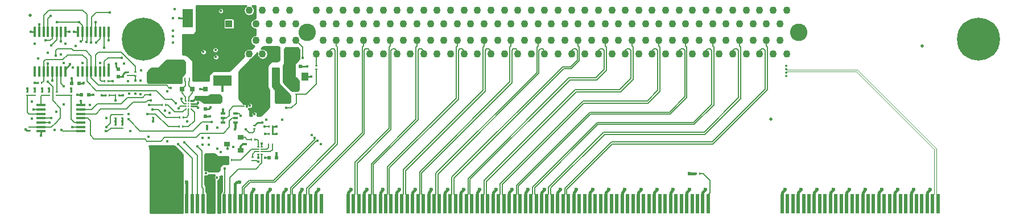
<source format=gbr>
G04 #@! TF.GenerationSoftware,KiCad,Pcbnew,(5.1.5)-3*
G04 #@! TF.CreationDate,2022-01-27T06:12:11+01:00*
G04 #@! TF.ProjectId,Riser Tioga Pass 1OU 1xPCIe x16,52697365-7220-4546-996f-676120506173,rev?*
G04 #@! TF.SameCoordinates,PX40f1fa0PY623a7c0*
G04 #@! TF.FileFunction,Copper,L1,Top*
G04 #@! TF.FilePolarity,Positive*
%FSLAX46Y46*%
G04 Gerber Fmt 4.6, Leading zero omitted, Abs format (unit mm)*
G04 Created by KiCad (PCBNEW (5.1.5)-3) date 2022-01-27 06:12:11*
%MOMM*%
%LPD*%
G04 APERTURE LIST*
%ADD10R,0.430000X0.280000*%
%ADD11R,0.600000X0.500000*%
%ADD12R,0.500000X0.600000*%
%ADD13R,0.650000X0.400000*%
%ADD14R,0.900000X0.800000*%
%ADD15R,0.550000X3.000000*%
%ADD16C,0.500000*%
%ADD17C,2.600000*%
%ADD18R,1.100000X1.100000*%
%ADD19C,1.100000*%
%ADD20R,1.600000X2.800000*%
%ADD21R,2.800000X1.600000*%
%ADD22R,1.000000X1.250000*%
%ADD23R,0.800000X0.750000*%
%ADD24R,0.750000X0.800000*%
%ADD25C,6.400000*%
%ADD26C,0.800000*%
%ADD27R,0.900000X1.700000*%
%ADD28C,0.225000*%
%ADD29R,1.450000X0.450000*%
%ADD30R,0.450000X1.500000*%
%ADD31R,0.400000X0.200000*%
%ADD32R,0.280000X0.430000*%
%ADD33C,0.400000*%
%ADD34C,0.600000*%
%ADD35C,0.350000*%
%ADD36C,0.400000*%
%ADD37C,0.300000*%
%ADD38C,0.200000*%
%ADD39C,0.250000*%
%ADD40C,0.121920*%
%ADD41C,0.127000*%
%ADD42C,0.254000*%
G04 APERTURE END LIST*
D10*
X-4150000Y-13335000D03*
X-4150000Y-12815000D03*
X-3075000Y-11290000D03*
X-3075000Y-11810000D03*
D11*
X18750000Y-17700000D03*
X19850000Y-17700000D03*
X22300000Y-4050000D03*
X23400000Y-4050000D03*
X19450000Y-6900000D03*
X18350000Y-6900000D03*
X19450000Y-5700000D03*
X18350000Y-5700000D03*
D12*
X9250000Y-10400000D03*
X9250000Y-11500000D03*
D11*
X18350000Y-4500000D03*
X19450000Y-4500000D03*
X-9550000Y-6600000D03*
X-10650000Y-6600000D03*
D12*
X-3700000Y-5600000D03*
X-3700000Y-4500000D03*
D13*
X11875000Y-12450000D03*
X11875000Y-11150000D03*
X13775000Y-11800000D03*
X11875000Y-11800000D03*
X13775000Y-11150000D03*
X13775000Y-12450000D03*
D14*
X12500000Y-15650000D03*
X14500000Y-14700000D03*
X14500000Y-16600000D03*
D15*
X1695000Y-24580000D03*
X2495000Y-24580000D03*
X3295000Y-24580000D03*
X4095000Y-24580000D03*
X4895000Y-24580000D03*
X5695000Y-24580000D03*
X6495000Y-24580000D03*
X7295000Y-24580000D03*
X8095000Y-24580000D03*
X8895000Y-24580000D03*
X9695000Y-24580000D03*
X10495000Y-24580000D03*
X11295000Y-24580000D03*
X12095000Y-24580000D03*
X12895000Y-24580000D03*
X13695000Y-24580000D03*
X14495000Y-24580000D03*
X15295000Y-24580000D03*
X16095000Y-24580000D03*
X16895000Y-24580000D03*
X17695000Y-24580000D03*
X18495000Y-24580000D03*
X19295000Y-24580000D03*
X20095000Y-24580000D03*
X20895000Y-24580000D03*
X21695000Y-24580000D03*
X22495000Y-24580000D03*
X23295000Y-24580000D03*
X24095000Y-24580000D03*
X24895000Y-24580000D03*
X25695000Y-24580000D03*
X26495000Y-24580000D03*
X30495000Y-24580000D03*
X31295000Y-24580000D03*
X32095000Y-24580000D03*
X32895000Y-24580000D03*
X33695000Y-24580000D03*
X34495000Y-24580000D03*
X35295000Y-24580000D03*
X36095000Y-24580000D03*
X36895000Y-24580000D03*
X37695000Y-24580000D03*
X38495000Y-24580000D03*
X39295000Y-24580000D03*
X40095000Y-24580000D03*
X40895000Y-24580000D03*
X41695000Y-24580000D03*
X42495000Y-24580000D03*
X43295000Y-24580000D03*
X44095000Y-24580000D03*
X44895000Y-24580000D03*
X45695000Y-24580000D03*
X46495000Y-24580000D03*
X47295000Y-24580000D03*
X48095000Y-24580000D03*
X48895000Y-24580000D03*
X49695000Y-24580000D03*
X50495000Y-24580000D03*
X51295000Y-24580000D03*
X52095000Y-24580000D03*
X52895000Y-24580000D03*
X53695000Y-24580000D03*
X54495000Y-24580000D03*
X55295000Y-24580000D03*
X56095000Y-24580000D03*
X56895000Y-24580000D03*
X57695000Y-24580000D03*
X58495000Y-24580000D03*
X59295000Y-24580000D03*
X60095000Y-24580000D03*
X60895000Y-24580000D03*
X61695000Y-24580000D03*
X62495000Y-24580000D03*
X63295000Y-24580000D03*
X64095000Y-24580000D03*
X64895000Y-24580000D03*
X65695000Y-24580000D03*
X66495000Y-24580000D03*
X67295000Y-24580000D03*
X68095000Y-24580000D03*
X68895000Y-24580000D03*
X69695000Y-24580000D03*
X70495000Y-24580000D03*
X71295000Y-24580000D03*
X72095000Y-24580000D03*
X72895000Y-24580000D03*
X73695000Y-24580000D03*
X74495000Y-24580000D03*
X75295000Y-24580000D03*
X76095000Y-24580000D03*
X76895000Y-24580000D03*
X77695000Y-24580000D03*
X78495000Y-24580000D03*
X79295000Y-24580000D03*
X80095000Y-24580000D03*
X80895000Y-24580000D03*
X81695000Y-24580000D03*
X82495000Y-24580000D03*
X83295000Y-24580000D03*
X84095000Y-24580000D03*
X117495000Y-24580000D03*
X118295000Y-24580000D03*
X97495000Y-24580000D03*
X95095000Y-24580000D03*
X96695000Y-24580000D03*
X95895000Y-24580000D03*
X111095000Y-24580000D03*
X112695000Y-24580000D03*
X111895000Y-24580000D03*
X113495000Y-24580000D03*
X114295000Y-24580000D03*
X116695000Y-24580000D03*
X115895000Y-24580000D03*
X115095000Y-24580000D03*
X100695000Y-24580000D03*
X99095000Y-24580000D03*
X99895000Y-24580000D03*
X98295000Y-24580000D03*
X101495000Y-24580000D03*
X103895000Y-24580000D03*
X102295000Y-24580000D03*
X103095000Y-24580000D03*
X108695000Y-24580000D03*
X107895000Y-24580000D03*
X110295000Y-24580000D03*
X109495000Y-24580000D03*
X106295000Y-24580000D03*
X104695000Y-24580000D03*
X107095000Y-24580000D03*
X105495000Y-24580000D03*
D16*
X93400000Y-12000000D03*
X115900000Y-1000000D03*
X-16850000Y3500000D03*
D17*
X24405000Y1020000D03*
X97555000Y1020000D03*
D18*
X12755000Y2270000D03*
D19*
X13755000Y4270000D03*
X14755000Y2270000D03*
X15755000Y4270000D03*
X16755000Y2270000D03*
X17755000Y4270000D03*
X18755000Y2270000D03*
X19755000Y4270000D03*
X20755000Y2270000D03*
X21755000Y4270000D03*
X22755000Y2270000D03*
X25755000Y4270000D03*
X26755000Y2270000D03*
X27755000Y4270000D03*
X28755000Y2270000D03*
X29755000Y4270000D03*
X30755000Y2270000D03*
X31755000Y4270000D03*
X32755000Y2270000D03*
X33755000Y4270000D03*
X34755000Y2270000D03*
X35755000Y4270000D03*
X36755000Y2270000D03*
X37755000Y4270000D03*
X38755000Y2270000D03*
X39755000Y4270000D03*
X40755000Y2270000D03*
X41755000Y4270000D03*
X42755000Y2270000D03*
X43755000Y4270000D03*
X44755000Y2270000D03*
X45755000Y4270000D03*
X46755000Y2270000D03*
X47755000Y4270000D03*
X48755000Y2270000D03*
X49755000Y4270000D03*
X50755000Y2270000D03*
X51755000Y4270000D03*
X52755000Y2270000D03*
X53755000Y4270000D03*
X54755000Y2270000D03*
X55755000Y4270000D03*
X56755000Y2270000D03*
X57755000Y4270000D03*
X58755000Y2270000D03*
X59755000Y4270000D03*
X60755000Y2270000D03*
X61755000Y4270000D03*
X62755000Y2270000D03*
X63755000Y4270000D03*
X64755000Y2270000D03*
X65755000Y4270000D03*
X66755000Y2270000D03*
X67755000Y4270000D03*
X68755000Y2270000D03*
X69755000Y4270000D03*
X70755000Y2270000D03*
X71755000Y4270000D03*
X72755000Y2270000D03*
X73755000Y4270000D03*
X74755000Y2270000D03*
X75755000Y4270000D03*
X76755000Y2270000D03*
X77755000Y4270000D03*
X78755000Y2270000D03*
X79755000Y4270000D03*
X80755000Y2270000D03*
X81755000Y4270000D03*
X82755000Y2270000D03*
X83755000Y4270000D03*
X84755000Y2270000D03*
X85755000Y4270000D03*
X86755000Y2270000D03*
X87755000Y4270000D03*
X88755000Y2270000D03*
X89755000Y4270000D03*
X90755000Y2270000D03*
X91755000Y4270000D03*
X92755000Y2270000D03*
X93755000Y4270000D03*
X94755000Y2270000D03*
X12755000Y-230000D03*
X13755000Y-2230000D03*
X14755000Y-230000D03*
X15755000Y-2230000D03*
X16755000Y-230000D03*
X17755000Y-2230000D03*
X18755000Y-230000D03*
X19755000Y-2230000D03*
X20755000Y-230000D03*
X21755000Y-2230000D03*
X22755000Y-230000D03*
X25755000Y-2230000D03*
X26755000Y-230000D03*
X27755000Y-2230000D03*
X28755000Y-230000D03*
X29755000Y-2230000D03*
X30755000Y-230000D03*
X31755000Y-2230000D03*
X32755000Y-230000D03*
X33755000Y-2230000D03*
X34755000Y-230000D03*
X35755000Y-2230000D03*
X36755000Y-230000D03*
X37755000Y-2230000D03*
X38755000Y-230000D03*
X39755000Y-2230000D03*
X40755000Y-230000D03*
X41755000Y-2230000D03*
X42755000Y-230000D03*
X43755000Y-2230000D03*
X44755000Y-230000D03*
X46755000Y-230000D03*
X47755000Y-2230000D03*
X48755000Y-230000D03*
X49755000Y-2230000D03*
X50755000Y-230000D03*
X51755000Y-2230000D03*
X52755000Y-230000D03*
X53755000Y-2230000D03*
X54755000Y-230000D03*
X55755000Y-2230000D03*
X56755000Y-230000D03*
X57755000Y-2230000D03*
X58755000Y-230000D03*
X59755000Y-2230000D03*
X60755000Y-230000D03*
X61755000Y-2230000D03*
X62755000Y-230000D03*
X63755000Y-2230000D03*
X64755000Y-230000D03*
X65755000Y-2230000D03*
X66755000Y-230000D03*
X67755000Y-2230000D03*
X68755000Y-230000D03*
X69755000Y-2230000D03*
X70755000Y-230000D03*
X71755000Y-2230000D03*
X72755000Y-230000D03*
X73755000Y-2230000D03*
X74755000Y-230000D03*
X75755000Y-2230000D03*
X76755000Y-230000D03*
X77755000Y-2230000D03*
X78755000Y-230000D03*
X79755000Y-2230000D03*
X80755000Y-230000D03*
X81755000Y-2230000D03*
X82755000Y-230000D03*
X83755000Y-2230000D03*
X84755000Y-230000D03*
X85755000Y-2230000D03*
X86755000Y-230000D03*
X87755000Y-2230000D03*
X88755000Y-230000D03*
X89755000Y-2230000D03*
X90755000Y-230000D03*
X91755000Y-2230000D03*
X92755000Y-230000D03*
X93755000Y-2230000D03*
X94755000Y-230000D03*
X45755000Y-2230000D03*
X95755000Y4270000D03*
X95755000Y-2230000D03*
D11*
X-8075000Y-8300000D03*
X-9175000Y-8300000D03*
D20*
X6600000Y-675000D03*
X6600000Y3125000D03*
D21*
X11800000Y-6175000D03*
X15600000Y-6175000D03*
D22*
X22050000Y-5625000D03*
X24050000Y-5625000D03*
X20100000Y-8600000D03*
X18100000Y-8600000D03*
D23*
X5800000Y-7500000D03*
X7300000Y-7500000D03*
D24*
X9250000Y-7500000D03*
X9250000Y-9000000D03*
D25*
X0Y0D03*
D26*
X2400000Y0D03*
X-1697056Y-1697056D03*
X1697056Y-1697056D03*
X0Y-2400000D03*
X-2400000Y0D03*
X1697056Y1697056D03*
X0Y2400000D03*
X-1697056Y1697056D03*
X122607944Y1677056D03*
X124305000Y2380000D03*
X126002056Y1677056D03*
X121905000Y-20000D03*
X124305000Y-2420000D03*
X126002056Y-1717056D03*
X122607944Y-1717056D03*
X126705000Y-20000D03*
D25*
X124305000Y-20000D03*
D27*
X5100000Y-4150000D03*
X8000000Y-4150000D03*
D28*
X7150000Y-10450000D03*
X7150000Y-10050000D03*
X7150000Y-9650000D03*
X7150000Y-9250000D03*
X6750000Y-10450000D03*
X6750000Y-10050000D03*
X6750000Y-9650000D03*
X6750000Y-9250000D03*
X6350000Y-10450000D03*
X6350000Y-10050000D03*
X6350000Y-9650000D03*
X6350000Y-9250000D03*
D29*
X-15175000Y-9875000D03*
X-15175000Y-10525000D03*
X-15175000Y-11175000D03*
X-15175000Y-11825000D03*
X-15175000Y-12475000D03*
X-15175000Y-13125000D03*
X-15175000Y-13775000D03*
X-9275000Y-13775000D03*
X-9275000Y-13125000D03*
X-9275000Y-12475000D03*
X-9275000Y-11825000D03*
X-9275000Y-11175000D03*
X-9275000Y-10525000D03*
X-9275000Y-9875000D03*
D30*
X-5125000Y-4850000D03*
X-5775000Y-4850000D03*
X-6425000Y-4850000D03*
X-7075000Y-4850000D03*
X-7725000Y-4850000D03*
X-8375000Y-4850000D03*
X-9025000Y-4850000D03*
X-9675000Y-4850000D03*
X-9675000Y1050000D03*
X-9025000Y1050000D03*
X-8375000Y1050000D03*
X-7725000Y1050000D03*
X-7075000Y1050000D03*
X-6425000Y1050000D03*
X-5775000Y1050000D03*
X-5125000Y1050000D03*
X-11575000Y1050000D03*
X-12225000Y1050000D03*
X-12875000Y1050000D03*
X-13525000Y1050000D03*
X-14175000Y1050000D03*
X-14825000Y1050000D03*
X-15475000Y1050000D03*
X-16125000Y1050000D03*
X-16125000Y-4850000D03*
X-15475000Y-4850000D03*
X-14825000Y-4850000D03*
X-14175000Y-4850000D03*
X-13525000Y-4850000D03*
X-12875000Y-4850000D03*
X-12225000Y-4850000D03*
X-11575000Y-4850000D03*
D31*
X17675000Y-17175000D03*
X17675000Y-16825000D03*
X17675000Y-16475000D03*
X17675000Y-16125000D03*
X17125000Y-16125000D03*
X17125000Y-16475000D03*
X17125000Y-16825000D03*
X17125000Y-17175000D03*
D32*
X-15635000Y-6550000D03*
X-15115000Y-6550000D03*
X82810000Y-20050000D03*
X82290000Y-20050000D03*
D10*
X10175000Y-19740000D03*
X10175000Y-20260000D03*
D32*
X19210000Y-15750000D03*
X18690000Y-15750000D03*
D10*
X14925000Y-9515000D03*
X14925000Y-10035000D03*
D32*
X16090000Y-14975000D03*
X16610000Y-14975000D03*
X13160000Y-18050000D03*
X12640000Y-18050000D03*
D10*
X16275000Y-17615000D03*
X16275000Y-18135000D03*
X-16925000Y-13645000D03*
X-16925000Y-13125000D03*
X25750000Y-3990000D03*
X25750000Y-4510000D03*
X-10725000Y-8410000D03*
X-10725000Y-7890000D03*
X1475000Y-11190000D03*
X1475000Y-11710000D03*
X16525000Y-12915000D03*
X16525000Y-13435000D03*
D32*
X18765000Y-14200000D03*
X19285000Y-14200000D03*
X19285000Y-13100000D03*
X18765000Y-13100000D03*
D10*
X9525000Y-14035000D03*
X9525000Y-13515000D03*
D32*
X6185000Y-5925000D03*
X5665000Y-5925000D03*
D10*
X22775000Y-7690000D03*
X22775000Y-8210000D03*
D32*
X7435000Y-5925000D03*
X6915000Y-5925000D03*
D10*
X-2250000Y-4955000D03*
X-2250000Y-5475000D03*
X-3075000Y-13335000D03*
X-3075000Y-12815000D03*
X-14000000Y-8410000D03*
X-14000000Y-7890000D03*
X-15075000Y-8410000D03*
X-15075000Y-7890000D03*
X-4150000Y-11290000D03*
X-4150000Y-11810000D03*
D32*
X-4160000Y-8400000D03*
X-3640000Y-8400000D03*
X-5040000Y-8400000D03*
X-5560000Y-8400000D03*
D10*
X-17200000Y-8410000D03*
X-17200000Y-7890000D03*
X-16150000Y-8410000D03*
X-16150000Y-7890000D03*
D32*
X5960000Y-11675000D03*
X5440000Y-11675000D03*
X5365000Y-13075000D03*
X5885000Y-13075000D03*
X3360000Y-9875000D03*
X2840000Y-9875000D03*
X-5760000Y-6325000D03*
X-5240000Y-6325000D03*
D10*
X-1175000Y-4965000D03*
X-1175000Y-5485000D03*
X-12875000Y-7890000D03*
X-12875000Y-8410000D03*
D33*
X25050000Y-14300000D03*
D34*
X6495000Y-21350000D03*
X69295000Y-22450000D03*
X71695000Y-22450000D03*
X74095000Y-22450000D03*
X76495000Y-22450000D03*
X78895000Y-22450000D03*
X81295000Y-22450000D03*
X83695000Y-22450000D03*
X66895000Y-22450000D03*
X64495000Y-22450000D03*
X62095000Y-22450000D03*
X59695000Y-22450000D03*
X57295000Y-22450000D03*
X54895000Y-22450000D03*
X52495000Y-22450000D03*
X50095000Y-22450000D03*
X47695000Y-22450000D03*
X45295000Y-22450000D03*
X42895000Y-22450000D03*
X40495000Y-22450000D03*
X38095000Y-22450000D03*
X35695000Y-22450000D03*
X33295000Y-22450000D03*
X30895000Y-22450000D03*
X95495000Y-22450000D03*
X97895000Y-22450000D03*
X100295000Y-22450000D03*
X102695000Y-22450000D03*
X105095000Y-22450000D03*
X107495000Y-22450000D03*
X109895000Y-22450000D03*
X112295000Y-22450000D03*
X114695000Y-22450000D03*
X117095000Y-22450000D03*
X16495000Y-22450000D03*
X18895000Y-22450000D03*
X21295000Y-22450000D03*
X23695000Y-22450000D03*
X26095000Y-22450000D03*
X81350000Y-20050000D03*
D33*
X15250000Y-15700000D03*
D34*
X14375000Y-21375000D03*
D33*
X13625000Y-13450000D03*
X11075000Y-13225000D03*
X13400000Y-16125000D03*
X11875000Y-10550000D03*
X11800000Y-7725000D03*
X19850000Y-17000000D03*
X17675000Y-15625000D03*
X-4150000Y-12325000D03*
X3600000Y-15275000D03*
X19975000Y-5100000D03*
X19950000Y-6300000D03*
X20200000Y-7350000D03*
X21400000Y-8350000D03*
X21400000Y-9100000D03*
X11550000Y4200000D03*
X4700000Y4450000D03*
X4450000Y3150000D03*
X4450000Y1250000D03*
X4450000Y375000D03*
X4450000Y-500000D03*
D35*
X95700000Y-5500090D03*
X95700000Y-3975000D03*
D33*
X-10300000Y1050000D03*
X-16700000Y1050000D03*
X24450000Y-4050000D03*
X25000000Y-5625000D03*
X5375000Y3125000D03*
X-16175000Y-6550000D03*
X-16150000Y-7400000D03*
X-15075000Y-7400000D03*
X10975000Y-20675000D03*
X8125000Y-9500000D03*
X3575000Y-7825000D03*
X9900000Y-11500000D03*
X6575000Y-12325000D03*
X-8875000Y-6575000D03*
X-7425000Y-8300000D03*
X20725000Y-12075000D03*
X-15175000Y-14375000D03*
X-7900000Y-9875000D03*
X-6150000Y-8400000D03*
X8475000Y-7500000D03*
X-16575000Y-11850000D03*
X-15600000Y-2925000D03*
X-14175000Y-2075000D03*
X26450000Y-15650000D03*
X-11850000Y-3600000D03*
X-6375000Y-3600000D03*
X-4050000Y-3700000D03*
X11575000Y-16875000D03*
X11075000Y-16325000D03*
X7875000Y-8825000D03*
X10125000Y-8975000D03*
X11125000Y-8975000D03*
X2300000Y-5975000D03*
X3550000Y-3575000D03*
X2300000Y-4825000D03*
X3300000Y-4825000D03*
X1250000Y-5950000D03*
X1250000Y-4825000D03*
X1525000Y-17400000D03*
X2525000Y-17400000D03*
X3525000Y-17400000D03*
X4525000Y-17400000D03*
X1525000Y-18400000D03*
X2525000Y-18400000D03*
X3525000Y-18400000D03*
X4525000Y-18400000D03*
X1525000Y-19400000D03*
X2525000Y-19400000D03*
X3525000Y-19400000D03*
X4525000Y-19400000D03*
X1525000Y-20400000D03*
X2525000Y-20400000D03*
X3525000Y-20400000D03*
X4525000Y-20400000D03*
X8800000Y-14750000D03*
X9800000Y-14750000D03*
X8800000Y-15750000D03*
X9800000Y-15750000D03*
X17125000Y-17700000D03*
X3225000Y-10650000D03*
X9525000Y-12950000D03*
X18175000Y-17700000D03*
X19825000Y-14200000D03*
X19825000Y-13100000D03*
X-3075000Y-12325000D03*
X825000Y-14625000D03*
X-5125000Y-3800000D03*
X-16600000Y-9375000D03*
X-17200000Y-7375000D03*
X-14000000Y-7400000D03*
X11550000Y-20775000D03*
X11550000Y-21525000D03*
X11550000Y-22275000D03*
X8200000Y-10250000D03*
X10050000Y-10150000D03*
X-11575000Y-675000D03*
X-12225000Y-2300000D03*
X3900000Y-11025000D03*
X-3050000Y-5600000D03*
X-9275000Y-9275000D03*
X-9800000Y-8300000D03*
X18325000Y-12075000D03*
X17725000Y-12425000D03*
X-13200000Y-13550000D03*
X-10725000Y-7400000D03*
X-10650000Y-5850000D03*
X1475000Y-12300000D03*
X-3000000Y-8400000D03*
X-1925000Y-13775000D03*
X-375000Y-8200000D03*
X-16125000Y-725000D03*
X-10875000Y-3775000D03*
X-17475000Y-13500000D03*
X22825000Y-2200000D03*
X22500000Y-3275000D03*
X21575000Y-3250000D03*
X21275000Y-4025000D03*
X20950000Y-5575000D03*
X22300000Y-6975000D03*
X-425000Y-6225000D03*
X-10075000Y-1050000D03*
X-10475000Y-4225000D03*
X-9025000Y-3600000D03*
X9825000Y-18250000D03*
X10575000Y-18250000D03*
X9825000Y-17475000D03*
X9825000Y-19000000D03*
X10575000Y-19000000D03*
X15900000Y-7450000D03*
X17300000Y-7100000D03*
X17300000Y-5900000D03*
X17300000Y-4700000D03*
X16900000Y-8500000D03*
X17300000Y-11000000D03*
X12600000Y-16375000D03*
X12100000Y-19350000D03*
X14550000Y-11425000D03*
X-14175000Y-3650000D03*
X-13025000Y-2450000D03*
X4125000Y-7275000D03*
X8075000Y-16050000D03*
X4875000Y-9600000D03*
X9675000Y-20950000D03*
X10425000Y-20950000D03*
X9675000Y-21700000D03*
X10425000Y-21700000D03*
X9675000Y-22450000D03*
X10425000Y-22450000D03*
X17100000Y-18325000D03*
X-14175000Y-6400000D03*
X-325000Y-4650000D03*
X-13950000Y-12475000D03*
X8950000Y-1925000D03*
X-2850000Y-3625000D03*
X-11800000Y-9725000D03*
X-10550000Y-13125000D03*
X625000Y-11175000D03*
X-2150000Y-11175000D03*
X-4575000Y-6325000D03*
X1425000Y-10525000D03*
X-2225000Y-6250000D03*
X-2050000Y-8175000D03*
X5200000Y-15700000D03*
X6100000Y-15400000D03*
X15250000Y-13450000D03*
X18125000Y-14200000D03*
X1075000Y-8350000D03*
X15875000Y-9950000D03*
X18075000Y-13100000D03*
X1150000Y-9125000D03*
X16550000Y-11225000D03*
X-5475000Y-11825000D03*
X21250000Y-10300000D03*
X10175000Y-12400000D03*
X-2200000Y-12000000D03*
X-13650000Y-11825000D03*
X850000Y-9875000D03*
X-1175000Y-6200000D03*
X-1175000Y-8175000D03*
X-12175000Y-13575000D03*
X-12950000Y-10900000D03*
X-5550000Y-13775000D03*
X-5475000Y-13125000D03*
X-16350000Y-10525000D03*
X-4160000Y-9175000D03*
D35*
X95700000Y-4479910D03*
X95700000Y-5000090D03*
D33*
X-14550000Y-200000D03*
X-7075000Y2500000D03*
X-7725000Y-500000D03*
X-4950000Y4000000D03*
X-13800000Y3425000D03*
X-8475000Y-450000D03*
X-9250000Y-375000D03*
X-9525000Y2550000D03*
X-12825000Y2550000D03*
X-15475000Y2175000D03*
X-3225000Y-2775000D03*
X-11800000Y-7025000D03*
X-13525000Y-6225000D03*
X-5125000Y-175000D03*
X-11000000Y1050000D03*
X-5775000Y-1250000D03*
X-12225000Y-350000D03*
X-7000000Y-525000D03*
X-13725000Y-925000D03*
X25939284Y-15189284D03*
X25530716Y-14780716D03*
X9375000Y-20000000D03*
X23725000Y-2825000D03*
X8300000Y-5600000D03*
X9300000Y-5600000D03*
X9325000Y4475000D03*
X10325000Y4475000D03*
X9325000Y3475000D03*
X10325000Y3475000D03*
X9325000Y2475000D03*
X10325000Y2475000D03*
X9325000Y1550000D03*
X10325000Y1550000D03*
X9325000Y550000D03*
X10325000Y550000D03*
X9325000Y-450000D03*
X10325000Y-450000D03*
X9325000Y-4150000D03*
X10325000Y-4150000D03*
X10825000Y-2675000D03*
X10750000Y-1625000D03*
X5675000Y-8950000D03*
X5250000Y-10350000D03*
D36*
X6495000Y-21355000D02*
X6500000Y-21350000D01*
X68895000Y-22850000D02*
X69295000Y-22450000D01*
X68895000Y-24580000D02*
X68895000Y-22850000D01*
X71295000Y-24580000D02*
X71295000Y-22850000D01*
X73695000Y-24580000D02*
X73695000Y-22850000D01*
X76095000Y-24580000D02*
X76095000Y-22850000D01*
X78495000Y-24580000D02*
X78495000Y-22850000D01*
X80895000Y-24580000D02*
X80895000Y-22850000D01*
X83295000Y-24580000D02*
X83295000Y-22850000D01*
X71295000Y-22850000D02*
X71695000Y-22450000D01*
X73695000Y-22850000D02*
X74095000Y-22450000D01*
X76095000Y-22850000D02*
X76495000Y-22450000D01*
X78495000Y-22850000D02*
X78895000Y-22450000D01*
X80895000Y-22850000D02*
X81295000Y-22450000D01*
X83295000Y-22850000D02*
X83695000Y-22450000D01*
X66495000Y-24580000D02*
X66495000Y-22850000D01*
X64095000Y-24580000D02*
X64095000Y-22850000D01*
X61695000Y-24580000D02*
X61695000Y-22850000D01*
X59295000Y-24580000D02*
X59295000Y-22850000D01*
X56895000Y-24580000D02*
X56895000Y-22850000D01*
X54495000Y-24580000D02*
X54495000Y-22850000D01*
X52095000Y-24580000D02*
X52095000Y-22850000D01*
X49695000Y-24580000D02*
X49695000Y-22850000D01*
X47295000Y-24580000D02*
X47295000Y-22850000D01*
X44895000Y-24580000D02*
X44895000Y-22850000D01*
X42495000Y-24580000D02*
X42495000Y-22850000D01*
X40095000Y-24580000D02*
X40095000Y-22850000D01*
X37695000Y-24580000D02*
X37695000Y-22850000D01*
X35295000Y-24580000D02*
X35295000Y-22850000D01*
X66495000Y-22850000D02*
X66895000Y-22450000D01*
X64095000Y-22850000D02*
X64495000Y-22450000D01*
X61695000Y-22850000D02*
X62095000Y-22450000D01*
X59295000Y-22850000D02*
X59695000Y-22450000D01*
X56895000Y-22850000D02*
X57295000Y-22450000D01*
X54495000Y-22850000D02*
X54895000Y-22450000D01*
X52095000Y-22850000D02*
X52495000Y-22450000D01*
X49695000Y-22850000D02*
X50095000Y-22450000D01*
X47295000Y-22850000D02*
X47695000Y-22450000D01*
X44895000Y-22850000D02*
X45295000Y-22450000D01*
X42495000Y-22850000D02*
X42895000Y-22450000D01*
X40095000Y-22850000D02*
X40495000Y-22450000D01*
X37695000Y-22850000D02*
X38095000Y-22450000D01*
X35295000Y-22850000D02*
X35695000Y-22450000D01*
X32895000Y-24580000D02*
X32895000Y-22850000D01*
X30495000Y-24580000D02*
X30495000Y-22850000D01*
X32895000Y-22850000D02*
X33295000Y-22450000D01*
X30495000Y-22850000D02*
X30895000Y-22450000D01*
X95095000Y-22850000D02*
X95495000Y-22450000D01*
X95095000Y-24580000D02*
X95095000Y-22850000D01*
X97495000Y-22850000D02*
X97895000Y-22450000D01*
X97495000Y-24580000D02*
X97495000Y-22850000D01*
X116695000Y-22850000D02*
X117095000Y-22450000D01*
X116695000Y-24580000D02*
X116695000Y-22850000D01*
X114295000Y-22850000D02*
X114695000Y-22450000D01*
X114295000Y-24580000D02*
X114295000Y-22850000D01*
X111895000Y-22850000D02*
X112295000Y-22450000D01*
X111895000Y-24580000D02*
X111895000Y-22850000D01*
X109495000Y-22850000D02*
X109895000Y-22450000D01*
X109495000Y-24580000D02*
X109495000Y-22850000D01*
X107095000Y-22850000D02*
X107495000Y-22450000D01*
X107095000Y-24580000D02*
X107095000Y-22850000D01*
X104695000Y-22850000D02*
X105095000Y-22450000D01*
X104695000Y-24580000D02*
X104695000Y-22850000D01*
X102295000Y-22850000D02*
X102695000Y-22450000D01*
X102295000Y-24580000D02*
X102295000Y-22850000D01*
X99895000Y-22850000D02*
X100295000Y-22450000D01*
X99895000Y-24580000D02*
X99895000Y-22850000D01*
X16095000Y-22850000D02*
X16495000Y-22450000D01*
X16095000Y-24580000D02*
X16095000Y-22850000D01*
X18495000Y-22850000D02*
X18895000Y-22450000D01*
X18495000Y-24580000D02*
X18495000Y-22850000D01*
X20895000Y-22850000D02*
X21295000Y-22450000D01*
X20895000Y-24580000D02*
X20895000Y-22850000D01*
X23295000Y-22850000D02*
X23695000Y-22450000D01*
X23295000Y-24580000D02*
X23295000Y-22850000D01*
X25695000Y-22850000D02*
X26095000Y-22450000D01*
X25695000Y-24580000D02*
X25695000Y-22850000D01*
X13695000Y-24580000D02*
X13695000Y-21825000D01*
X82100000Y-20050000D02*
X81350000Y-20050000D01*
X13695000Y-21630736D02*
X13695000Y-21825000D01*
X13950736Y-21375000D02*
X13695000Y-21630736D01*
X14375000Y-21375000D02*
X13950736Y-21375000D01*
D37*
X14825736Y-15700000D02*
X15250000Y-15700000D01*
X14500000Y-16600000D02*
X14500000Y-16025736D01*
X14500000Y-16025736D02*
X14825736Y-15700000D01*
X13775000Y-13300000D02*
X13625000Y-13450000D01*
X13775000Y-12450000D02*
X13775000Y-13300000D01*
X11875000Y-11150000D02*
X11875000Y-10550000D01*
X11800000Y-6175000D02*
X11800000Y-7725000D01*
X19850000Y-17700000D02*
X19850000Y-17000000D01*
D38*
X17675000Y-16125000D02*
X17675000Y-15625000D01*
D36*
X6495000Y-24580000D02*
X6495000Y-21350000D01*
D39*
X-9675000Y1050000D02*
X-10300000Y1050000D01*
X-16125000Y1050000D02*
X-16700000Y1050000D01*
X23400000Y-4050000D02*
X24450000Y-4050000D01*
X24050000Y-5625000D02*
X25000000Y-5625000D01*
X6600000Y3125000D02*
X5375000Y3125000D01*
X-15635000Y-6550000D02*
X-16175000Y-6550000D01*
X-16150000Y-7890000D02*
X-16150000Y-7400000D01*
X-15075000Y-7890000D02*
X-15075000Y-7400000D01*
X7150000Y-9650000D02*
X7975000Y-9650000D01*
X7975000Y-9650000D02*
X8125000Y-9500000D01*
X9250000Y-11500000D02*
X9900000Y-11500000D01*
X-9550000Y-6600000D02*
X-8900000Y-6600000D01*
X-8900000Y-6600000D02*
X-8875000Y-6575000D01*
X-8075000Y-8300000D02*
X-7425000Y-8300000D01*
X-15175000Y-13775000D02*
X-15175000Y-14375000D01*
X-5560000Y-8400000D02*
X-6150000Y-8400000D01*
X-4150000Y-12815000D02*
X-4150000Y-12325000D01*
X-4150000Y-11810000D02*
X-4150000Y-12325000D01*
X9250000Y-7500000D02*
X8475000Y-7500000D01*
X-4050000Y-4150000D02*
X-3700000Y-4500000D01*
X-4050000Y-3700000D02*
X-4050000Y-4150000D01*
D37*
X7150000Y-9250000D02*
X7450000Y-9250000D01*
X7450000Y-9250000D02*
X7875000Y-8825000D01*
D38*
X17125000Y-17700000D02*
X17125000Y-17175000D01*
D37*
X9525000Y-13515000D02*
X9525000Y-12950000D01*
D38*
X18750000Y-17700000D02*
X18175000Y-17700000D01*
D39*
X19285000Y-13100000D02*
X19285000Y-14200000D01*
X19285000Y-14200000D02*
X19825000Y-14200000D01*
X19285000Y-13100000D02*
X19825000Y-13100000D01*
X-5125000Y-4850000D02*
X-5125000Y-3800000D01*
X-17200000Y-7890000D02*
X-17200000Y-7375000D01*
X-14000000Y-7890000D02*
X-14000000Y-7400000D01*
X7150000Y-10050000D02*
X8000000Y-10050000D01*
X8000000Y-10050000D02*
X8200000Y-10250000D01*
X9250000Y-10400000D02*
X9800000Y-10400000D01*
X9800000Y-10400000D02*
X10050000Y-10150000D01*
X-3700000Y-5600000D02*
X-3050000Y-5600000D01*
X-9275000Y-9875000D02*
X-9275000Y-9275000D01*
X-9175000Y-8300000D02*
X-9800000Y-8300000D01*
X-10725000Y-7890000D02*
X-10725000Y-7400000D01*
X-10650000Y-6600000D02*
X-10650000Y-5850000D01*
X1475000Y-11710000D02*
X1475000Y-12300000D01*
X-3640000Y-8400000D02*
X-3000000Y-8400000D01*
X-3075000Y-11810000D02*
X-3075000Y-12325000D01*
X-3075000Y-12325000D02*
X-3075000Y-12815000D01*
X-11575000Y-4850000D02*
X-11575000Y-4475000D01*
X-11575000Y-4475000D02*
X-10875000Y-3775000D01*
X17015000Y-12425000D02*
X16525000Y-12915000D01*
X17725000Y-12425000D02*
X17015000Y-12425000D01*
X-16925000Y-13645000D02*
X-17330000Y-13645000D01*
X-17330000Y-13645000D02*
X-17475000Y-13500000D01*
X-2715000Y-4955000D02*
X-2250000Y-4955000D01*
X-3050000Y-5600000D02*
X-3050000Y-5290000D01*
X-3050000Y-5290000D02*
X-2715000Y-4955000D01*
X14925000Y-9515000D02*
X14925000Y-8425000D01*
X14925000Y-8425000D02*
X15900000Y-7450000D01*
D38*
X12600000Y-15750000D02*
X12500000Y-15650000D01*
X12600000Y-16375000D02*
X12600000Y-15750000D01*
X11875000Y-11800000D02*
X11875000Y-12450000D01*
X11875000Y-11800000D02*
X12425000Y-11800000D01*
X12790000Y-11435000D02*
X12425000Y-11800000D01*
X12790000Y-11435000D02*
X12790000Y-10685000D01*
X13440000Y-10035000D02*
X14925000Y-10035000D01*
X12790000Y-10685000D02*
X13440000Y-10035000D01*
X13250000Y-11800000D02*
X12850000Y-12200000D01*
X13775000Y-11800000D02*
X13250000Y-11800000D01*
X12850000Y-12200000D02*
X12850000Y-13175000D01*
X11990000Y-14035000D02*
X9525000Y-14035000D01*
X12850000Y-13175000D02*
X11990000Y-14035000D01*
X2625000Y-15225000D02*
X3187500Y-14662500D01*
X575000Y-15225000D02*
X2625000Y-15225000D01*
X275000Y-14925000D02*
X575000Y-15225000D01*
X-8225000Y-11825000D02*
X-7875000Y-12175000D01*
X-7875000Y-14350000D02*
X-7300000Y-14925000D01*
X3187500Y-14662500D02*
X7887500Y-14662500D01*
X-7300000Y-14925000D02*
X275000Y-14925000D01*
X8515000Y-14035000D02*
X9525000Y-14035000D01*
X7887500Y-14662500D02*
X8515000Y-14035000D01*
X-9275000Y-11825000D02*
X-8225000Y-11825000D01*
X-7875000Y-12175000D02*
X-7875000Y-14350000D01*
X12095000Y-22880000D02*
X12100000Y-22875000D01*
X12095000Y-24580000D02*
X12095000Y-22880000D01*
X12100000Y-22875000D02*
X12100000Y-20050000D01*
X12100000Y-20050000D02*
X12100000Y-19350000D01*
X14275000Y-11150000D02*
X13775000Y-11150000D01*
X14550000Y-11425000D02*
X14275000Y-11150000D01*
X-14175000Y-4850000D02*
X-14175000Y-3650000D01*
X8895000Y-24580000D02*
X8895000Y-22555000D01*
X8895000Y-22555000D02*
X8895000Y-22295000D01*
X8895000Y-22295000D02*
X8725000Y-22125000D01*
X-7725000Y-4850000D02*
X-7725000Y-5800000D01*
X-6625000Y-6900000D02*
X-7725000Y-5800000D01*
X3842158Y-7275000D02*
X3467158Y-6900000D01*
X3467158Y-6900000D02*
X-6625000Y-6900000D01*
X4125000Y-7275000D02*
X3842158Y-7275000D01*
X8725000Y-16700000D02*
X8075000Y-16050000D01*
X8725000Y-22125000D02*
X8725000Y-16700000D01*
X-7725000Y-2525000D02*
X-7725000Y-4850000D01*
X-8550000Y-1700000D02*
X-7725000Y-2525000D01*
X-13025000Y-1750000D02*
X-12775000Y-1500000D01*
X-13025000Y-2450000D02*
X-13025000Y-1750000D01*
X-10625000Y-1500000D02*
X-10425000Y-1700000D01*
X-12775000Y-1500000D02*
X-10625000Y-1500000D01*
X-10425000Y-1700000D02*
X-8550000Y-1700000D01*
X-14825000Y-6260000D02*
X-15115000Y-6550000D01*
X-14825000Y-4850000D02*
X-14825000Y-6260000D01*
X-8375000Y-6325000D02*
X-8375000Y-4850000D01*
X4875000Y-9600000D02*
X4275000Y-9000000D01*
X4275000Y-9000000D02*
X3250000Y-9000000D01*
X3250000Y-9000000D02*
X1950000Y-7700000D01*
X1950000Y-7700000D02*
X-7000000Y-7700000D01*
X-7000000Y-7700000D02*
X-8375000Y-6325000D01*
X-14825000Y-3350000D02*
X-14825000Y-4850000D01*
X-8375000Y-4850000D02*
X-8375000Y-2975000D01*
X-8375000Y-2975000D02*
X-9000000Y-2350000D01*
X-9000000Y-2350000D02*
X-11250000Y-2350000D01*
X-14525000Y-3050000D02*
X-14825000Y-3350000D01*
X-11950000Y-3050000D02*
X-14525000Y-3050000D01*
X-11250000Y-2350000D02*
X-11950000Y-3050000D01*
X84095000Y-24580000D02*
X84095000Y-23230000D01*
X84095000Y-23230000D02*
X84400000Y-22925000D01*
X84400000Y-22925000D02*
X84400000Y-21075000D01*
X83375000Y-20050000D02*
X82810000Y-20050000D01*
X84400000Y-21075000D02*
X83375000Y-20050000D01*
X17675000Y-16825000D02*
X18875000Y-16825000D01*
X19210000Y-16490000D02*
X19210000Y-15750000D01*
X18875000Y-16825000D02*
X19210000Y-16490000D01*
X18690000Y-16165000D02*
X18380000Y-16475000D01*
X18690000Y-15750000D02*
X18690000Y-16165000D01*
X18380000Y-16475000D02*
X17675000Y-16475000D01*
X15150000Y-14700000D02*
X15425000Y-14975000D01*
X14500000Y-14700000D02*
X15150000Y-14700000D01*
X15425000Y-14975000D02*
X16090000Y-14975000D01*
X17125000Y-15150000D02*
X16950000Y-14975000D01*
X16950000Y-14975000D02*
X16610000Y-14975000D01*
X17125000Y-16125000D02*
X17125000Y-15150000D01*
X17125000Y-16475000D02*
X16125000Y-16475000D01*
X14550000Y-18050000D02*
X13160000Y-18050000D01*
X16125000Y-16475000D02*
X14550000Y-18050000D01*
X17125000Y-16825000D02*
X16625000Y-16825000D01*
X16275000Y-17175000D02*
X16275000Y-17615000D01*
X16625000Y-16825000D02*
X16275000Y-17175000D01*
X16275000Y-18135000D02*
X16910000Y-18135000D01*
X16910000Y-18135000D02*
X17100000Y-18325000D01*
X-15175000Y-13125000D02*
X-16925000Y-13125000D01*
X-15175000Y-13125000D02*
X-13650000Y-13125000D01*
X-13650000Y-13125000D02*
X-12950000Y-12425000D01*
X-12950000Y-12425000D02*
X-12475000Y-11950000D01*
X-12475000Y-11950000D02*
X-12300000Y-11775000D01*
X-12300000Y-11775000D02*
X-12300000Y-10325000D01*
X-12300000Y-10325000D02*
X-13450000Y-9175000D01*
X-13450000Y-9175000D02*
X-13450000Y-7125000D01*
X-13450000Y-7125000D02*
X-14175000Y-6400000D01*
X-15175000Y-12475000D02*
X-13950000Y-12475000D01*
X-11140000Y-8410000D02*
X-12875000Y-8410000D01*
X-10725000Y-8410000D02*
X-11140000Y-8410000D01*
X-10725000Y-8410000D02*
X-10725000Y-11975000D01*
X-10225000Y-12475000D02*
X-9275000Y-12475000D01*
X-10725000Y-11975000D02*
X-10225000Y-12475000D01*
X-10550000Y-13125000D02*
X-9275000Y-13125000D01*
X1850000Y-11175000D02*
X625000Y-11175000D01*
X3750000Y-13075000D02*
X1850000Y-11175000D01*
X5365000Y-13075000D02*
X3750000Y-13075000D01*
X-4575000Y-6325000D02*
X-5240000Y-6325000D01*
X1425000Y-10525000D02*
X2250000Y-10525000D01*
X3400000Y-11675000D02*
X5440000Y-11675000D01*
X2250000Y-10525000D02*
X3400000Y-11675000D01*
X7295000Y-17795000D02*
X7295000Y-24580000D01*
X7295000Y-17795000D02*
X5200000Y-15700000D01*
X8095000Y-24580000D02*
X8095000Y-17395000D01*
X8095000Y-17395000D02*
X6100000Y-15400000D01*
X16525000Y-13775000D02*
X16300000Y-14000000D01*
X16525000Y-13435000D02*
X16525000Y-13775000D01*
X15800000Y-14000000D02*
X15250000Y-13450000D01*
X16300000Y-14000000D02*
X15800000Y-14000000D01*
X18765000Y-14200000D02*
X18125000Y-14200000D01*
X-75000Y-8700000D02*
X275000Y-8350000D01*
X-7675000Y-10525000D02*
X-6837500Y-9687500D01*
X275000Y-8350000D02*
X1075000Y-8350000D01*
X-9275000Y-10525000D02*
X-7675000Y-10525000D01*
X-3287500Y-9687500D02*
X-2300000Y-8700000D01*
X-6837500Y-9687500D02*
X-3287500Y-9687500D01*
X-2300000Y-8700000D02*
X-75000Y-8700000D01*
X18765000Y-13100000D02*
X18075000Y-13100000D01*
X-9275000Y-11175000D02*
X-8350000Y-11175000D01*
X-8350000Y-11175000D02*
X-7550000Y-11175000D01*
X-7550000Y-11175000D02*
X-7025000Y-11175000D01*
X-7025000Y-11175000D02*
X-6325000Y-10475000D01*
X-6325000Y-10475000D02*
X-2575000Y-10475000D01*
X-2575000Y-10475000D02*
X-2525000Y-10475000D01*
X-2525000Y-10475000D02*
X-1475000Y-9425000D01*
X-1475000Y-9425000D02*
X400000Y-9425000D01*
X400000Y-9425000D02*
X700000Y-9125000D01*
X700000Y-9125000D02*
X1150000Y-9125000D01*
X25750000Y-4510000D02*
X25750000Y-6425000D01*
X7425000Y-13750000D02*
X8775000Y-12400000D01*
X8775000Y-12400000D02*
X10175000Y-12400000D01*
X25750000Y-6425000D02*
X25750000Y-6700000D01*
X24240000Y-8210000D02*
X22775000Y-8210000D01*
X25750000Y-6700000D02*
X24240000Y-8210000D01*
X22775000Y-8210000D02*
X22775000Y-9575000D01*
X22775000Y-9575000D02*
X22050000Y-10300000D01*
X22050000Y-10300000D02*
X21250000Y-10300000D01*
X-450000Y-13750000D02*
X-2200000Y-12000000D01*
X7425000Y-13750000D02*
X-450000Y-13750000D01*
X-15175000Y-11825000D02*
X-13650000Y-11825000D01*
X2840000Y-9875000D02*
X850000Y-9875000D01*
X-1185000Y-5475000D02*
X-1175000Y-5485000D01*
X-2250000Y-5475000D02*
X-1185000Y-5475000D01*
X-1175000Y-6200000D02*
X-1175000Y-5485000D01*
X-9275000Y-13775000D02*
X-11975000Y-13775000D01*
X-11975000Y-13775000D02*
X-12175000Y-13575000D01*
X-4150000Y-13335000D02*
X-3075000Y-13335000D01*
X-4827158Y-13335000D02*
X-4150000Y-13335000D01*
X-5550000Y-13775000D02*
X-5267158Y-13775000D01*
X-5267158Y-13775000D02*
X-4827158Y-13335000D01*
X-15175000Y-8510000D02*
X-15075000Y-8410000D01*
X-15175000Y-9875000D02*
X-15175000Y-8510000D01*
X-15075000Y-8410000D02*
X-14000000Y-8410000D01*
X-4150000Y-11290000D02*
X-3075000Y-11290000D01*
X-4150000Y-11290000D02*
X-4690000Y-11290000D01*
X-4900000Y-12550000D02*
X-5475000Y-13125000D01*
X-4900000Y-11500000D02*
X-4900000Y-12550000D01*
X-4690000Y-11290000D02*
X-4900000Y-11500000D01*
X-15175000Y-10525000D02*
X-16350000Y-10525000D01*
X-4160000Y-8400000D02*
X-5040000Y-8400000D01*
X-4160000Y-8400000D02*
X-4160000Y-9175000D01*
X-15175000Y-11175000D02*
X-16950000Y-11175000D01*
X-17200000Y-10925000D02*
X-17200000Y-8410000D01*
X-16950000Y-11175000D02*
X-17200000Y-10925000D01*
X-17200000Y-8410000D02*
X-16150000Y-8410000D01*
D40*
X118041050Y-23101050D02*
X118041050Y-16354504D01*
X118295000Y-24580000D02*
X118295000Y-23355000D01*
X118295000Y-23355000D02*
X118041050Y-23101050D01*
X118041050Y-16354504D02*
X106280496Y-4593950D01*
X106280496Y-4593950D02*
X95814040Y-4593950D01*
X95814040Y-4593950D02*
X95700000Y-4479910D01*
X117748950Y-16475496D02*
X106159504Y-4886050D01*
X95814040Y-4886050D02*
X95700000Y-5000090D01*
X117495000Y-23355000D02*
X117748950Y-23101050D01*
X106159504Y-4886050D02*
X95814040Y-4886050D01*
X117495000Y-24580000D02*
X117495000Y-23355000D01*
X117748950Y-23101050D02*
X117748950Y-16475496D01*
D38*
X-13825000Y-200000D02*
X-13525000Y100000D01*
X-13525000Y100000D02*
X-13525000Y1050000D01*
X-13825000Y-200000D02*
X-14550000Y-200000D01*
X-7075000Y1050000D02*
X-7075000Y2500000D01*
X-7725000Y1050000D02*
X-7725000Y-500000D01*
X-7700000Y1075000D02*
X-7725000Y1050000D01*
X-7700000Y3300000D02*
X-7700000Y1075000D01*
X-7700000Y3300000D02*
X-7000000Y4000000D01*
X-7000000Y4000000D02*
X-4950000Y4000000D01*
X-14175000Y3050000D02*
X-13800000Y3425000D01*
X-14175000Y3050000D02*
X-14175000Y1050000D01*
X-8375000Y1050000D02*
X-8375000Y-350000D01*
X-8375000Y-350000D02*
X-8475000Y-450000D01*
X-14025000Y4325000D02*
X-14825000Y3525000D01*
X-9000000Y4325000D02*
X-14025000Y4325000D01*
X-14825000Y3525000D02*
X-14825000Y1050000D01*
X-8375000Y1050000D02*
X-8375000Y3700000D01*
X-8375000Y3700000D02*
X-9000000Y4325000D01*
X-9025000Y1050000D02*
X-9025000Y-150000D01*
X-9025000Y-150000D02*
X-9250000Y-375000D01*
X-9025000Y1050000D02*
X-9025000Y2050000D01*
X-9025000Y2050000D02*
X-9525000Y2550000D01*
X-9525000Y2550000D02*
X-12825000Y2550000D01*
X-15475000Y1050000D02*
X-15475000Y2175000D01*
X-6425000Y-4850000D02*
X-6425000Y-6100000D01*
X-6200000Y-6325000D02*
X-5760000Y-6325000D01*
X-6425000Y-6100000D02*
X-6200000Y-6325000D01*
X-5775000Y-3300000D02*
X-5775000Y-4850000D01*
X-3225000Y-2775000D02*
X-5250000Y-2775000D01*
X-5250000Y-2775000D02*
X-5775000Y-3300000D01*
X-7075000Y-2425000D02*
X-7075000Y-4850000D01*
X-3275000Y-2000000D02*
X-6650000Y-2000000D01*
X-1175000Y-4965000D02*
X-1175000Y-4100000D01*
X-1175000Y-4100000D02*
X-3275000Y-2000000D01*
X-7075000Y-2425000D02*
X-6650000Y-2000000D01*
X-12875000Y-7550000D02*
X-12875000Y-4850000D01*
X-12875000Y-7890000D02*
X-12875000Y-7550000D01*
X-12225000Y-4850000D02*
X-12225000Y-6600000D01*
X-12225000Y-6600000D02*
X-11800000Y-7025000D01*
X-13525000Y-4850000D02*
X-13525000Y-6225000D01*
X-5125000Y-175000D02*
X-5125000Y1050000D01*
X-11000000Y1050000D02*
X-11575000Y1050000D01*
X-5775000Y1050000D02*
X-5775000Y50000D01*
X-5775000Y50000D02*
X-5775000Y-1250000D01*
X-12225000Y-350000D02*
X-12225000Y1050000D01*
X-6425000Y1050000D02*
X-6425000Y50000D01*
X-6425000Y50000D02*
X-7000000Y-525000D01*
X-12875000Y1050000D02*
X-12875000Y-75000D01*
X-12875000Y-75000D02*
X-13725000Y-925000D01*
D41*
X19558128Y-21377400D02*
X25746243Y-15189284D01*
X15938127Y-21377400D02*
X19558128Y-21377400D01*
X15047400Y-22268127D02*
X15938127Y-21377400D01*
X15047400Y-23107400D02*
X15047400Y-22268127D01*
X15295000Y-23355000D02*
X15047400Y-23107400D01*
X15295000Y-24580000D02*
X15295000Y-23355000D01*
X25746243Y-15189284D02*
X25939284Y-15189284D01*
X25530716Y-14973757D02*
X25530716Y-14780716D01*
X14742601Y-22141872D02*
X15811873Y-21072600D01*
X14495000Y-24580000D02*
X14495000Y-23355000D01*
X14495000Y-23355000D02*
X14742600Y-23107400D01*
X14742600Y-23107400D02*
X14742601Y-22141872D01*
X15811873Y-21072600D02*
X19431872Y-21072600D01*
X19431872Y-21072600D02*
X25530716Y-14973757D01*
X92755000Y-1007817D02*
X92755000Y-230000D01*
X92912400Y-1165217D02*
X92755000Y-1007817D01*
X84823128Y-15652400D02*
X92912400Y-7563128D01*
X63295000Y-23355000D02*
X63047400Y-23107400D01*
X92912400Y-7563128D02*
X92912400Y-1165217D01*
X69813128Y-15652400D02*
X84823128Y-15652400D01*
X63295000Y-24580000D02*
X63295000Y-23355000D01*
X63047400Y-23107400D02*
X63047400Y-22418128D01*
X63047400Y-22418128D02*
X69813128Y-15652400D01*
X92350000Y-1460000D02*
X92030000Y-1460000D01*
X92607600Y-1717600D02*
X92350000Y-1460000D01*
X92607600Y-7436872D02*
X92607600Y-1717600D01*
X92030000Y-1460000D02*
X91755000Y-1735000D01*
X84696872Y-15347600D02*
X92607600Y-7436872D01*
X62495000Y-23355000D02*
X62742600Y-23107400D01*
X91755000Y-1735000D02*
X91755000Y-2230000D01*
X62495000Y-24580000D02*
X62495000Y-23355000D01*
X62742600Y-23107400D02*
X62742600Y-22291872D01*
X62742600Y-22291872D02*
X69686872Y-15347600D01*
X69686872Y-15347600D02*
X84696872Y-15347600D01*
X88755000Y-1007817D02*
X88755000Y-230000D01*
X88912400Y-1165217D02*
X88755000Y-1007817D01*
X60647400Y-23107400D02*
X60647400Y-22228128D01*
X60895000Y-24580000D02*
X60895000Y-23355000D01*
X60895000Y-23355000D02*
X60647400Y-23107400D01*
X60647400Y-22228128D02*
X68673128Y-14202400D01*
X68673128Y-14202400D02*
X83613128Y-14202400D01*
X83613128Y-14202400D02*
X88912400Y-8903128D01*
X88912400Y-8903128D02*
X88912400Y-1165217D01*
X87755000Y-1735000D02*
X87755000Y-2230000D01*
X88350000Y-1460000D02*
X88030000Y-1460000D01*
X88030000Y-1460000D02*
X87755000Y-1735000D01*
X88607600Y-1717600D02*
X88350000Y-1460000D01*
X60095000Y-23355000D02*
X60342600Y-23107400D01*
X60095000Y-24580000D02*
X60095000Y-23355000D01*
X60342600Y-23107400D02*
X60342600Y-22101872D01*
X60342600Y-22101872D02*
X68546872Y-13897600D01*
X68546872Y-13897600D02*
X83486872Y-13897600D01*
X83486872Y-13897600D02*
X88607600Y-8776872D01*
X88607600Y-8776872D02*
X88607600Y-1717600D01*
X84755000Y-1007817D02*
X84755000Y-230000D01*
X84912400Y-1165217D02*
X84755000Y-1007817D01*
X58247400Y-23107400D02*
X58247400Y-22228128D01*
X58495000Y-23355000D02*
X58247400Y-23107400D01*
X58495000Y-24580000D02*
X58495000Y-23355000D01*
X58247400Y-22228128D02*
X67713128Y-12762400D01*
X67713128Y-12762400D02*
X82013128Y-12762400D01*
X84912400Y-9863128D02*
X84912400Y-1165217D01*
X82013128Y-12762400D02*
X84912400Y-9863128D01*
X83755000Y-1735000D02*
X83755000Y-2230000D01*
X84350000Y-1460000D02*
X84030000Y-1460000D01*
X84030000Y-1460000D02*
X83755000Y-1735000D01*
X84607600Y-1717600D02*
X84350000Y-1460000D01*
X57695000Y-24580000D02*
X57695000Y-23355000D01*
X57942600Y-23107400D02*
X57942600Y-22101872D01*
X57695000Y-23355000D02*
X57942600Y-23107400D01*
X57942600Y-22101872D02*
X67586872Y-12457600D01*
X67586872Y-12457600D02*
X81886872Y-12457600D01*
X81886872Y-12457600D02*
X84607600Y-9736872D01*
X84607600Y-9736872D02*
X84607600Y-1717600D01*
X80755000Y-1007817D02*
X80755000Y-230000D01*
X80912400Y-1165217D02*
X80755000Y-1007817D01*
X55847400Y-23107400D02*
X55847400Y-21958128D01*
X55847400Y-21958128D02*
X66593128Y-11212400D01*
X56095000Y-23355000D02*
X55847400Y-23107400D01*
X56095000Y-24580000D02*
X56095000Y-23355000D01*
X66593128Y-11212400D02*
X78433128Y-11212400D01*
X78433128Y-11212400D02*
X80912400Y-8733128D01*
X80912400Y-8733128D02*
X80912400Y-1165217D01*
X79755000Y-1735000D02*
X79755000Y-2230000D01*
X80350000Y-1460000D02*
X80030000Y-1460000D01*
X80030000Y-1460000D02*
X79755000Y-1735000D01*
X80607600Y-1717600D02*
X80350000Y-1460000D01*
X55295000Y-24580000D02*
X55295000Y-23355000D01*
X55542600Y-21831872D02*
X66466872Y-10907600D01*
X55295000Y-23355000D02*
X55542600Y-23107400D01*
X55542600Y-23107400D02*
X55542600Y-21831872D01*
X66466872Y-10907600D02*
X78306872Y-10907600D01*
X78306872Y-10907600D02*
X80607600Y-8606872D01*
X80607600Y-8606872D02*
X80607600Y-1717600D01*
X76755000Y-1007817D02*
X76755000Y-230000D01*
X76912400Y-1165217D02*
X76755000Y-1007817D01*
X53695000Y-23355000D02*
X53447400Y-23107400D01*
X53695000Y-24580000D02*
X53695000Y-23355000D01*
X53447400Y-23107400D02*
X53447400Y-21698128D01*
X53447400Y-21698128D02*
X65593128Y-9552400D01*
X65593128Y-9552400D02*
X75133128Y-9552400D01*
X76912400Y-7773128D02*
X76912400Y-1165217D01*
X75133128Y-9552400D02*
X76912400Y-7773128D01*
X75755000Y-1735000D02*
X75755000Y-2230000D01*
X76350000Y-1460000D02*
X76030000Y-1460000D01*
X76030000Y-1460000D02*
X75755000Y-1735000D01*
X76607600Y-1717600D02*
X76350000Y-1460000D01*
X52895000Y-24580000D02*
X52895000Y-23355000D01*
X52895000Y-23355000D02*
X53142600Y-23107400D01*
X53142600Y-23107400D02*
X53142600Y-21571872D01*
X53142600Y-21571872D02*
X65466872Y-9247600D01*
X65466872Y-9247600D02*
X75006872Y-9247600D01*
X75006872Y-9247600D02*
X76607600Y-7646872D01*
X76607600Y-7646872D02*
X76607600Y-1717600D01*
X72755000Y-1007817D02*
X72755000Y-230000D01*
X72912400Y-1165217D02*
X72755000Y-1007817D01*
X51295000Y-23355000D02*
X51047400Y-23107400D01*
X51295000Y-24580000D02*
X51295000Y-23355000D01*
X51047400Y-23107400D02*
X51047400Y-21258128D01*
X51047400Y-21258128D02*
X64423128Y-7882400D01*
X64423128Y-7882400D02*
X71033128Y-7882400D01*
X71033128Y-7882400D02*
X72912400Y-6003128D01*
X72912400Y-6003128D02*
X72912400Y-1165217D01*
X71755000Y-1735000D02*
X71755000Y-2230000D01*
X72350000Y-1460000D02*
X72030000Y-1460000D01*
X72030000Y-1460000D02*
X71755000Y-1735000D01*
X72607600Y-1717600D02*
X72350000Y-1460000D01*
X50495000Y-24580000D02*
X50495000Y-23355000D01*
X50495000Y-23355000D02*
X50742600Y-23107400D01*
X50742600Y-23107400D02*
X50742600Y-21131872D01*
X50742600Y-21131872D02*
X64296872Y-7577600D01*
X64296872Y-7577600D02*
X70906872Y-7577600D01*
X70906872Y-7577600D02*
X72607600Y-5876872D01*
X72607600Y-5876872D02*
X72607600Y-1717600D01*
X68755000Y-1007817D02*
X68755000Y-230000D01*
X68912400Y-1165217D02*
X68755000Y-1007817D01*
X48895000Y-23355000D02*
X48647400Y-23107400D01*
X48895000Y-24580000D02*
X48895000Y-23355000D01*
X48647400Y-23107400D02*
X48647400Y-20958128D01*
X48647400Y-20958128D02*
X63503128Y-6102400D01*
X63503128Y-6102400D02*
X67483128Y-6102400D01*
X67483128Y-6102400D02*
X68912400Y-4673128D01*
X68912400Y-4673128D02*
X68912400Y-1165217D01*
X67755000Y-1735000D02*
X67755000Y-2230000D01*
X68350000Y-1460000D02*
X68030000Y-1460000D01*
X68030000Y-1460000D02*
X67755000Y-1735000D01*
X68607600Y-1717600D02*
X68350000Y-1460000D01*
X48095000Y-24580000D02*
X48095000Y-23355000D01*
X48095000Y-23355000D02*
X48342600Y-23107400D01*
X48342600Y-23107400D02*
X48342600Y-20831872D01*
X48342600Y-20831872D02*
X63376872Y-5797600D01*
X63376872Y-5797600D02*
X67356872Y-5797600D01*
X67356872Y-5797600D02*
X68607600Y-4546872D01*
X68607600Y-4546872D02*
X68607600Y-1717600D01*
X64755000Y-1007817D02*
X64755000Y-230000D01*
X64912400Y-1165217D02*
X64755000Y-1007817D01*
X46495000Y-23355000D02*
X46247400Y-23107400D01*
X46495000Y-24580000D02*
X46495000Y-23355000D01*
X46247400Y-23107400D02*
X46247400Y-20748128D01*
X46247400Y-20748128D02*
X62563128Y-4432400D01*
X62563128Y-4432400D02*
X63733128Y-4432400D01*
X64912400Y-3253128D02*
X64912400Y-1165217D01*
X63733128Y-4432400D02*
X64912400Y-3253128D01*
X63755000Y-1735000D02*
X63755000Y-2230000D01*
X64350000Y-1460000D02*
X64030000Y-1460000D01*
X64030000Y-1460000D02*
X63755000Y-1735000D01*
X64607600Y-1717600D02*
X64350000Y-1460000D01*
X45695000Y-24580000D02*
X45695000Y-23355000D01*
X45695000Y-23355000D02*
X45942600Y-23107400D01*
X45942600Y-23107400D02*
X45942600Y-20621872D01*
X45942600Y-20621872D02*
X62436872Y-4127600D01*
X62436872Y-4127600D02*
X63606872Y-4127600D01*
X63606872Y-4127600D02*
X64607600Y-3126872D01*
X64607600Y-3126872D02*
X64607600Y-1717600D01*
X59090000Y-1490000D02*
X59450000Y-1490000D01*
X58902400Y-1677600D02*
X59090000Y-1490000D01*
X59450000Y-1490000D02*
X59755000Y-1795000D01*
X44095000Y-23355000D02*
X43847400Y-23107400D01*
X43847400Y-23107400D02*
X43847400Y-20158128D01*
X59755000Y-1795000D02*
X59755000Y-2230000D01*
X44095000Y-24580000D02*
X44095000Y-23355000D01*
X58902400Y-5103128D02*
X58902400Y-1677600D01*
X43847400Y-20158128D02*
X58902400Y-5103128D01*
X43542600Y-23107400D02*
X43295000Y-23355000D01*
X58755000Y-230000D02*
X58755000Y-1007817D01*
X58755000Y-1007817D02*
X58597600Y-1165217D01*
X58597600Y-1165217D02*
X58597600Y-4976872D01*
X43295000Y-23355000D02*
X43295000Y-24580000D01*
X58597600Y-4976872D02*
X43542600Y-20031872D01*
X43542600Y-20031872D02*
X43542600Y-23107400D01*
X55090000Y-1490000D02*
X55450000Y-1490000D01*
X54902400Y-1677600D02*
X55090000Y-1490000D01*
X55450000Y-1490000D02*
X55755000Y-1795000D01*
X55755000Y-1795000D02*
X55755000Y-2230000D01*
X41695000Y-23355000D02*
X41447400Y-23107400D01*
X41695000Y-24580000D02*
X41695000Y-23355000D01*
X41447400Y-23107400D02*
X41447400Y-19968128D01*
X54902400Y-6513128D02*
X54902400Y-1677600D01*
X41447400Y-19968128D02*
X54902400Y-6513128D01*
X54755000Y-1007817D02*
X54597600Y-1165217D01*
X54755000Y-230000D02*
X54755000Y-1007817D01*
X40895000Y-24580000D02*
X40895000Y-23355000D01*
X40895000Y-23355000D02*
X41142600Y-23107400D01*
X41142600Y-23107400D02*
X41142600Y-19841872D01*
X41142600Y-19841872D02*
X54597600Y-6386872D01*
X54597600Y-6386872D02*
X54597600Y-1165217D01*
X51090000Y-1490000D02*
X51450000Y-1490000D01*
X50902400Y-1677600D02*
X51090000Y-1490000D01*
X51450000Y-1490000D02*
X51755000Y-1795000D01*
X51755000Y-1795000D02*
X51755000Y-2230000D01*
X39295000Y-23355000D02*
X39047400Y-23107400D01*
X39295000Y-24580000D02*
X39295000Y-23355000D01*
X39047400Y-23107400D02*
X39047400Y-19658128D01*
X39047400Y-19658128D02*
X50902400Y-7803128D01*
X50902400Y-7803128D02*
X50902400Y-1677600D01*
X50755000Y-1007817D02*
X50597600Y-1165217D01*
X50755000Y-230000D02*
X50755000Y-1007817D01*
X38495000Y-24580000D02*
X38495000Y-23355000D01*
X38495000Y-23355000D02*
X38742600Y-23107400D01*
X38742600Y-23107400D02*
X38742600Y-19531872D01*
X38742600Y-19531872D02*
X50597600Y-7676872D01*
X50597600Y-7676872D02*
X50597600Y-1165217D01*
X46902400Y-1677600D02*
X47090000Y-1490000D01*
X47090000Y-1490000D02*
X47450000Y-1490000D01*
X47450000Y-1490000D02*
X47755000Y-1795000D01*
X47755000Y-1795000D02*
X47755000Y-2230000D01*
X36895000Y-24580000D02*
X36895000Y-23355000D01*
X36895000Y-23355000D02*
X36647400Y-23107400D01*
X36647400Y-23107400D02*
X36647400Y-19218128D01*
X46902400Y-8963128D02*
X46902400Y-1677600D01*
X36647400Y-19218128D02*
X46902400Y-8963128D01*
X46755000Y-1007817D02*
X46597600Y-1165217D01*
X46755000Y-230000D02*
X46755000Y-1007817D01*
X36095000Y-24580000D02*
X36095000Y-23355000D01*
X36095000Y-23355000D02*
X36342600Y-23107400D01*
X36342600Y-23107400D02*
X36342600Y-19091872D01*
X36342600Y-19091872D02*
X46597600Y-8836872D01*
X46597600Y-8836872D02*
X46597600Y-1165217D01*
X40902400Y-1677600D02*
X41090000Y-1490000D01*
X41090000Y-1490000D02*
X41450000Y-1490000D01*
X41755000Y-1795000D02*
X41755000Y-2230000D01*
X41450000Y-1490000D02*
X41755000Y-1795000D01*
X34495000Y-23355000D02*
X34247400Y-23107400D01*
X34495000Y-24580000D02*
X34495000Y-23355000D01*
X34247400Y-23107400D02*
X34247400Y-18738128D01*
X34247400Y-18738128D02*
X40902400Y-12083128D01*
X40902400Y-12083128D02*
X40902400Y-1677600D01*
X40755000Y-1007817D02*
X40597600Y-1165217D01*
X40755000Y-230000D02*
X40755000Y-1007817D01*
X33695000Y-24580000D02*
X33695000Y-23355000D01*
X33695000Y-23355000D02*
X33942600Y-23107400D01*
X33942600Y-23107400D02*
X33942600Y-18611872D01*
X33942600Y-18611872D02*
X40597600Y-11956872D01*
X40597600Y-11956872D02*
X40597600Y-1165217D01*
X37755000Y-1795000D02*
X37755000Y-2230000D01*
X36902400Y-1677600D02*
X37090000Y-1490000D01*
X37090000Y-1490000D02*
X37450000Y-1490000D01*
X37450000Y-1490000D02*
X37755000Y-1795000D01*
X32095000Y-23355000D02*
X31847400Y-23107400D01*
X32095000Y-24580000D02*
X32095000Y-23355000D01*
X31847400Y-23107400D02*
X31847400Y-18528128D01*
X36902400Y-13473128D02*
X36902400Y-1677600D01*
X31847400Y-18528128D02*
X36902400Y-13473128D01*
X36755000Y-230000D02*
X36755000Y-1007817D01*
X36755000Y-1007817D02*
X36597600Y-1165217D01*
X31295000Y-24580000D02*
X31295000Y-23355000D01*
X31295000Y-23355000D02*
X31542600Y-23107400D01*
X31542600Y-23107400D02*
X31542600Y-18401872D01*
X31542600Y-18401872D02*
X36597600Y-13346872D01*
X36597600Y-13346872D02*
X36597600Y-1165217D01*
X33450000Y-1490000D02*
X33755000Y-1795000D01*
X33090000Y-1490000D02*
X33450000Y-1490000D01*
X32902400Y-1677600D02*
X33090000Y-1490000D01*
X32902400Y-14153128D02*
X32902400Y-1677600D01*
X33755000Y-1795000D02*
X33755000Y-2230000D01*
X24895000Y-24580000D02*
X24895000Y-23355000D01*
X24895000Y-23355000D02*
X24647400Y-23107400D01*
X24647400Y-23107400D02*
X24647400Y-22408128D01*
X24647400Y-22408128D02*
X32902400Y-14153128D01*
X24342600Y-23107400D02*
X24342600Y-22281872D01*
X24095000Y-23355000D02*
X24342600Y-23107400D01*
X24095000Y-24580000D02*
X24095000Y-23355000D01*
X24342600Y-22281872D02*
X32597600Y-14026872D01*
X32597600Y-1165217D02*
X32755000Y-1007817D01*
X32755000Y-1007817D02*
X32755000Y-230000D01*
X32597600Y-14026872D02*
X32597600Y-1165217D01*
X28755000Y-1007817D02*
X28755000Y-230000D01*
X28902400Y-1155217D02*
X28755000Y-1007817D01*
X28902400Y-15683128D02*
X28902400Y-1155217D01*
X22247400Y-22338128D02*
X28902400Y-15683128D01*
X22247400Y-23107400D02*
X22247400Y-22338128D01*
X22495000Y-23355000D02*
X22247400Y-23107400D01*
X22495000Y-24580000D02*
X22495000Y-23355000D01*
X21942600Y-23107400D02*
X21942600Y-22211872D01*
X21695000Y-23355000D02*
X21942600Y-23107400D01*
X21695000Y-24580000D02*
X21695000Y-23355000D01*
X21942600Y-22211872D02*
X28597600Y-15556872D01*
X28597600Y-15556872D02*
X28597600Y-1677600D01*
X28597600Y-1677600D02*
X28380000Y-1460000D01*
X28380000Y-1460000D02*
X28050000Y-1460000D01*
X28050000Y-1460000D02*
X27755000Y-1755000D01*
X27755000Y-1755000D02*
X27755000Y-2230000D01*
D38*
X22755000Y-230000D02*
X23725000Y-1200000D01*
X23725000Y-1200000D02*
X23725000Y-2825000D01*
X17675000Y-18500000D02*
X17675000Y-17175000D01*
X14187500Y-19412500D02*
X16762500Y-19412500D01*
X12895000Y-24580000D02*
X12895000Y-20705000D01*
X16762500Y-19412500D02*
X17675000Y-18500000D01*
X12895000Y-20705000D02*
X14187500Y-19412500D01*
X6350000Y-9250000D02*
X6325000Y-9225000D01*
X6325000Y-8625001D02*
X5800000Y-8100001D01*
X6325000Y-9225000D02*
X6325000Y-8625001D01*
X5800000Y-8100001D02*
X5800000Y-7500000D01*
X5800000Y-7500000D02*
X5800000Y-7475000D01*
X5800000Y-7475000D02*
X6325000Y-6950000D01*
X6325000Y-6387501D02*
X6185000Y-6247501D01*
X6325000Y-6950000D02*
X6325000Y-6387501D01*
X6185000Y-6247501D02*
X6185000Y-5925000D01*
X7300000Y-8100001D02*
X7300000Y-7500000D01*
X6775000Y-9225000D02*
X6775000Y-8625001D01*
X6775000Y-8625001D02*
X7300000Y-8100001D01*
X6750000Y-9250000D02*
X6775000Y-9225000D01*
X7300000Y-7475000D02*
X6775000Y-6950000D01*
X7300000Y-7500000D02*
X7300000Y-7475000D01*
X6775000Y-6950000D02*
X6775000Y-6387501D01*
X6915000Y-6247501D02*
X6915000Y-5925000D01*
X6775000Y-6387501D02*
X6915000Y-6247501D01*
X25750000Y-2235000D02*
X25755000Y-2230000D01*
X25750000Y-3990000D02*
X25750000Y-2235000D01*
X6750000Y-10450000D02*
X6750000Y-11375000D01*
X6450000Y-11675000D02*
X5960000Y-11675000D01*
X6750000Y-11375000D02*
X6450000Y-11675000D01*
X7625000Y-10925000D02*
X7625000Y-12175000D01*
X7625000Y-10925000D02*
X7150000Y-10450000D01*
X6725000Y-13075000D02*
X5885000Y-13075000D01*
X7625000Y-12175000D02*
X6725000Y-13075000D01*
X3360000Y-9875000D02*
X3700000Y-9875000D01*
X5900000Y-10900000D02*
X6350000Y-10450000D01*
X4725000Y-10900000D02*
X5900000Y-10900000D01*
X3700000Y-9875000D02*
X4725000Y-10900000D01*
X6190901Y-9650000D02*
X6350000Y-9650000D01*
X5675000Y-9232842D02*
X6092158Y-9650000D01*
X6092158Y-9650000D02*
X6190901Y-9650000D01*
X5675000Y-8950000D02*
X5675000Y-9232842D01*
X6350000Y-10050000D02*
X5550000Y-10050000D01*
X5550000Y-10050000D02*
X5250000Y-10350000D01*
D42*
G36*
X10648000Y-20359947D02*
G01*
X10622355Y-20385592D01*
X10572670Y-20459950D01*
X10538447Y-20542573D01*
X10521000Y-20630285D01*
X10521000Y-20719715D01*
X10538447Y-20807427D01*
X10572670Y-20890050D01*
X10622355Y-20964408D01*
X10648000Y-20990053D01*
X10648000Y-25948000D01*
X9527000Y-25948000D01*
X9527000Y-23081066D01*
X9524560Y-23056290D01*
X9517333Y-23032465D01*
X9377000Y-22693671D01*
X9377000Y-22127000D01*
X9374560Y-22102224D01*
X9367333Y-22078399D01*
X9277530Y-21861596D01*
X9265794Y-21839639D01*
X9250000Y-21820394D01*
X9247468Y-21817862D01*
X9177000Y-21647737D01*
X9177000Y-20409392D01*
X9242573Y-20436553D01*
X9330285Y-20454000D01*
X9419715Y-20454000D01*
X9507427Y-20436553D01*
X9590050Y-20402330D01*
X9664408Y-20352645D01*
X9727645Y-20289408D01*
X9769345Y-20227000D01*
X10648000Y-20227000D01*
X10648000Y-20359947D01*
G37*
X10648000Y-20359947D02*
X10622355Y-20385592D01*
X10572670Y-20459950D01*
X10538447Y-20542573D01*
X10521000Y-20630285D01*
X10521000Y-20719715D01*
X10538447Y-20807427D01*
X10572670Y-20890050D01*
X10622355Y-20964408D01*
X10648000Y-20990053D01*
X10648000Y-25948000D01*
X9527000Y-25948000D01*
X9527000Y-23081066D01*
X9524560Y-23056290D01*
X9517333Y-23032465D01*
X9377000Y-22693671D01*
X9377000Y-22127000D01*
X9374560Y-22102224D01*
X9367333Y-22078399D01*
X9277530Y-21861596D01*
X9265794Y-21839639D01*
X9250000Y-21820394D01*
X9247468Y-21817862D01*
X9177000Y-21647737D01*
X9177000Y-20409392D01*
X9242573Y-20436553D01*
X9330285Y-20454000D01*
X9419715Y-20454000D01*
X9507427Y-20436553D01*
X9590050Y-20402330D01*
X9664408Y-20352645D01*
X9727645Y-20289408D01*
X9769345Y-20227000D01*
X10648000Y-20227000D01*
X10648000Y-20359947D01*
G36*
X10667862Y-17172468D02*
G01*
X10920394Y-17425000D01*
X10939640Y-17440794D01*
X10961596Y-17452530D01*
X11178399Y-17542333D01*
X11202223Y-17549560D01*
X11227000Y-17552000D01*
X12648000Y-17552000D01*
X12648000Y-18621704D01*
X12637108Y-18648000D01*
X11977000Y-18648000D01*
X11952224Y-18650440D01*
X11928399Y-18657667D01*
X11711596Y-18747470D01*
X11689639Y-18759206D01*
X11670394Y-18775000D01*
X11525000Y-18920394D01*
X11509206Y-18939640D01*
X11497470Y-18961596D01*
X11407667Y-19178399D01*
X11400440Y-19202223D01*
X11398000Y-19227000D01*
X11398000Y-19472737D01*
X11327532Y-19642862D01*
X11292862Y-19677532D01*
X11122737Y-19748000D01*
X9752641Y-19748000D01*
X9727645Y-19710592D01*
X9664408Y-19647355D01*
X9590050Y-19597670D01*
X9507427Y-19563447D01*
X9419715Y-19546000D01*
X9330285Y-19546000D01*
X9242573Y-19563447D01*
X9202000Y-19580253D01*
X9202000Y-17299007D01*
X9259702Y-17159702D01*
X9399007Y-17102000D01*
X10497737Y-17102000D01*
X10667862Y-17172468D01*
G37*
X10667862Y-17172468D02*
X10920394Y-17425000D01*
X10939640Y-17440794D01*
X10961596Y-17452530D01*
X11178399Y-17542333D01*
X11202223Y-17549560D01*
X11227000Y-17552000D01*
X12648000Y-17552000D01*
X12648000Y-18621704D01*
X12637108Y-18648000D01*
X11977000Y-18648000D01*
X11952224Y-18650440D01*
X11928399Y-18657667D01*
X11711596Y-18747470D01*
X11689639Y-18759206D01*
X11670394Y-18775000D01*
X11525000Y-18920394D01*
X11509206Y-18939640D01*
X11497470Y-18961596D01*
X11407667Y-19178399D01*
X11400440Y-19202223D01*
X11398000Y-19227000D01*
X11398000Y-19472737D01*
X11327532Y-19642862D01*
X11292862Y-19677532D01*
X11122737Y-19748000D01*
X9752641Y-19748000D01*
X9727645Y-19710592D01*
X9664408Y-19647355D01*
X9590050Y-19597670D01*
X9507427Y-19563447D01*
X9419715Y-19546000D01*
X9330285Y-19546000D01*
X9242573Y-19563447D01*
X9202000Y-19580253D01*
X9202000Y-17299007D01*
X9259702Y-17159702D01*
X9399007Y-17102000D01*
X10497737Y-17102000D01*
X10667862Y-17172468D01*
G36*
X23017862Y-1322468D02*
G01*
X23127532Y-1432138D01*
X23198000Y-1602263D01*
X23198000Y-2922737D01*
X23127532Y-3092862D01*
X22700000Y-3520394D01*
X22684206Y-3539640D01*
X22672470Y-3561596D01*
X22582667Y-3778399D01*
X22575440Y-3802223D01*
X22573000Y-3827000D01*
X22573000Y-5473000D01*
X22575440Y-5497776D01*
X22582667Y-5521601D01*
X22672470Y-5738404D01*
X22684206Y-5760361D01*
X22700000Y-5779606D01*
X23052532Y-6132138D01*
X23123000Y-6302263D01*
X23123000Y-7522737D01*
X23057022Y-7682022D01*
X22897737Y-7748000D01*
X22227263Y-7748000D01*
X22057138Y-7677532D01*
X20922468Y-6542862D01*
X20852000Y-6372737D01*
X20852000Y-4027263D01*
X20922468Y-3857138D01*
X20925000Y-3854606D01*
X20940794Y-3835360D01*
X20952530Y-3813404D01*
X21042333Y-3596601D01*
X21049560Y-3572777D01*
X21052000Y-3548000D01*
X21052000Y-1552263D01*
X21122468Y-1382138D01*
X21182138Y-1322468D01*
X21352263Y-1252000D01*
X22847737Y-1252000D01*
X23017862Y-1322468D01*
G37*
X23017862Y-1322468D02*
X23127532Y-1432138D01*
X23198000Y-1602263D01*
X23198000Y-2922737D01*
X23127532Y-3092862D01*
X22700000Y-3520394D01*
X22684206Y-3539640D01*
X22672470Y-3561596D01*
X22582667Y-3778399D01*
X22575440Y-3802223D01*
X22573000Y-3827000D01*
X22573000Y-5473000D01*
X22575440Y-5497776D01*
X22582667Y-5521601D01*
X22672470Y-5738404D01*
X22684206Y-5760361D01*
X22700000Y-5779606D01*
X23052532Y-6132138D01*
X23123000Y-6302263D01*
X23123000Y-7522737D01*
X23057022Y-7682022D01*
X22897737Y-7748000D01*
X22227263Y-7748000D01*
X22057138Y-7677532D01*
X20922468Y-6542862D01*
X20852000Y-6372737D01*
X20852000Y-4027263D01*
X20922468Y-3857138D01*
X20925000Y-3854606D01*
X20940794Y-3835360D01*
X20952530Y-3813404D01*
X21042333Y-3596601D01*
X21049560Y-3572777D01*
X21052000Y-3548000D01*
X21052000Y-1552263D01*
X21122468Y-1382138D01*
X21182138Y-1322468D01*
X21352263Y-1252000D01*
X22847737Y-1252000D01*
X23017862Y-1322468D01*
G36*
X20217862Y-1222468D02*
G01*
X20227532Y-1232138D01*
X20298000Y-1402263D01*
X20298000Y-2972737D01*
X20227532Y-3142862D01*
X20117862Y-3252532D01*
X19947737Y-3323000D01*
X19252000Y-3323000D01*
X19227224Y-3325440D01*
X19203399Y-3332667D01*
X18986596Y-3422470D01*
X18964639Y-3434206D01*
X18945394Y-3450000D01*
X18650000Y-3745394D01*
X18634206Y-3764640D01*
X18622470Y-3786596D01*
X18532667Y-4003399D01*
X18525440Y-4027223D01*
X18523000Y-4052000D01*
X18523000Y-7198000D01*
X18525440Y-7222776D01*
X18532667Y-7246601D01*
X18622470Y-7463404D01*
X18634206Y-7485361D01*
X18650000Y-7504606D01*
X18652532Y-7507138D01*
X18723000Y-7677263D01*
X18723000Y-10097737D01*
X18652532Y-10267862D01*
X17517862Y-11402532D01*
X17347737Y-11473000D01*
X16930313Y-11473000D01*
X16952330Y-11440050D01*
X16986553Y-11357427D01*
X17004000Y-11269715D01*
X17004000Y-11180285D01*
X16986553Y-11092573D01*
X16952330Y-11009950D01*
X16902645Y-10935592D01*
X16839408Y-10872355D01*
X16765050Y-10822670D01*
X16682427Y-10788447D01*
X16594715Y-10771000D01*
X16505285Y-10771000D01*
X16417573Y-10788447D01*
X16334950Y-10822670D01*
X16260592Y-10872355D01*
X16197355Y-10935592D01*
X16147670Y-11009950D01*
X16113447Y-11092573D01*
X16096000Y-11180285D01*
X16096000Y-11269715D01*
X16113447Y-11357427D01*
X16147670Y-11440050D01*
X16169687Y-11473000D01*
X15981329Y-11473000D01*
X15872202Y-11427798D01*
X15827000Y-11318671D01*
X15827000Y-10677000D01*
X15824560Y-10652224D01*
X15817333Y-10628399D01*
X15727530Y-10411596D01*
X15715794Y-10389639D01*
X15700000Y-10370394D01*
X15697482Y-10367876D01*
X15742573Y-10386553D01*
X15830285Y-10404000D01*
X15919715Y-10404000D01*
X16007427Y-10386553D01*
X16090050Y-10352330D01*
X16164408Y-10302645D01*
X16227645Y-10239408D01*
X16277330Y-10165050D01*
X16311553Y-10082427D01*
X16329000Y-9994715D01*
X16329000Y-9905285D01*
X16311553Y-9817573D01*
X16277330Y-9734950D01*
X16227645Y-9660592D01*
X16164408Y-9597355D01*
X16090050Y-9547670D01*
X16007427Y-9513447D01*
X15919715Y-9496000D01*
X15830285Y-9496000D01*
X15742573Y-9513447D01*
X15659950Y-9547670D01*
X15585592Y-9597355D01*
X15522355Y-9660592D01*
X15472670Y-9734950D01*
X15438447Y-9817573D01*
X15421000Y-9905285D01*
X15421000Y-9994715D01*
X15438447Y-10082427D01*
X15457124Y-10127518D01*
X15395228Y-10065622D01*
X15395228Y-9895000D01*
X15390324Y-9845207D01*
X15375800Y-9797328D01*
X15352214Y-9753203D01*
X15320473Y-9714527D01*
X15281797Y-9682786D01*
X15237672Y-9659200D01*
X15189793Y-9644676D01*
X15140000Y-9639772D01*
X14969378Y-9639772D01*
X14297468Y-8967862D01*
X14227000Y-8797737D01*
X14227000Y-4902263D01*
X14297468Y-4732138D01*
X16052656Y-2976950D01*
X16135837Y-2942495D01*
X16267520Y-2854507D01*
X16379507Y-2742520D01*
X16467495Y-2610837D01*
X16501950Y-2527656D01*
X16968929Y-2060677D01*
X16951000Y-2150813D01*
X16951000Y-2309187D01*
X16981897Y-2464518D01*
X17042505Y-2610837D01*
X17130493Y-2742520D01*
X17242480Y-2854507D01*
X17374163Y-2942495D01*
X17520482Y-3003103D01*
X17675813Y-3034000D01*
X17834187Y-3034000D01*
X17989518Y-3003103D01*
X18135837Y-2942495D01*
X18267520Y-2854507D01*
X18379507Y-2742520D01*
X18467495Y-2610837D01*
X18528103Y-2464518D01*
X18559000Y-2309187D01*
X18559000Y-2150813D01*
X18528103Y-1995482D01*
X18467495Y-1849163D01*
X18379507Y-1717480D01*
X18267520Y-1605493D01*
X18135837Y-1517505D01*
X17989518Y-1456897D01*
X17834187Y-1426000D01*
X17675813Y-1426000D01*
X17585677Y-1443929D01*
X17807138Y-1222468D01*
X17977263Y-1152000D01*
X20047737Y-1152000D01*
X20217862Y-1222468D01*
G37*
X20217862Y-1222468D02*
X20227532Y-1232138D01*
X20298000Y-1402263D01*
X20298000Y-2972737D01*
X20227532Y-3142862D01*
X20117862Y-3252532D01*
X19947737Y-3323000D01*
X19252000Y-3323000D01*
X19227224Y-3325440D01*
X19203399Y-3332667D01*
X18986596Y-3422470D01*
X18964639Y-3434206D01*
X18945394Y-3450000D01*
X18650000Y-3745394D01*
X18634206Y-3764640D01*
X18622470Y-3786596D01*
X18532667Y-4003399D01*
X18525440Y-4027223D01*
X18523000Y-4052000D01*
X18523000Y-7198000D01*
X18525440Y-7222776D01*
X18532667Y-7246601D01*
X18622470Y-7463404D01*
X18634206Y-7485361D01*
X18650000Y-7504606D01*
X18652532Y-7507138D01*
X18723000Y-7677263D01*
X18723000Y-10097737D01*
X18652532Y-10267862D01*
X17517862Y-11402532D01*
X17347737Y-11473000D01*
X16930313Y-11473000D01*
X16952330Y-11440050D01*
X16986553Y-11357427D01*
X17004000Y-11269715D01*
X17004000Y-11180285D01*
X16986553Y-11092573D01*
X16952330Y-11009950D01*
X16902645Y-10935592D01*
X16839408Y-10872355D01*
X16765050Y-10822670D01*
X16682427Y-10788447D01*
X16594715Y-10771000D01*
X16505285Y-10771000D01*
X16417573Y-10788447D01*
X16334950Y-10822670D01*
X16260592Y-10872355D01*
X16197355Y-10935592D01*
X16147670Y-11009950D01*
X16113447Y-11092573D01*
X16096000Y-11180285D01*
X16096000Y-11269715D01*
X16113447Y-11357427D01*
X16147670Y-11440050D01*
X16169687Y-11473000D01*
X15981329Y-11473000D01*
X15872202Y-11427798D01*
X15827000Y-11318671D01*
X15827000Y-10677000D01*
X15824560Y-10652224D01*
X15817333Y-10628399D01*
X15727530Y-10411596D01*
X15715794Y-10389639D01*
X15700000Y-10370394D01*
X15697482Y-10367876D01*
X15742573Y-10386553D01*
X15830285Y-10404000D01*
X15919715Y-10404000D01*
X16007427Y-10386553D01*
X16090050Y-10352330D01*
X16164408Y-10302645D01*
X16227645Y-10239408D01*
X16277330Y-10165050D01*
X16311553Y-10082427D01*
X16329000Y-9994715D01*
X16329000Y-9905285D01*
X16311553Y-9817573D01*
X16277330Y-9734950D01*
X16227645Y-9660592D01*
X16164408Y-9597355D01*
X16090050Y-9547670D01*
X16007427Y-9513447D01*
X15919715Y-9496000D01*
X15830285Y-9496000D01*
X15742573Y-9513447D01*
X15659950Y-9547670D01*
X15585592Y-9597355D01*
X15522355Y-9660592D01*
X15472670Y-9734950D01*
X15438447Y-9817573D01*
X15421000Y-9905285D01*
X15421000Y-9994715D01*
X15438447Y-10082427D01*
X15457124Y-10127518D01*
X15395228Y-10065622D01*
X15395228Y-9895000D01*
X15390324Y-9845207D01*
X15375800Y-9797328D01*
X15352214Y-9753203D01*
X15320473Y-9714527D01*
X15281797Y-9682786D01*
X15237672Y-9659200D01*
X15189793Y-9644676D01*
X15140000Y-9639772D01*
X14969378Y-9639772D01*
X14297468Y-8967862D01*
X14227000Y-8797737D01*
X14227000Y-4902263D01*
X14297468Y-4732138D01*
X16052656Y-2976950D01*
X16135837Y-2942495D01*
X16267520Y-2854507D01*
X16379507Y-2742520D01*
X16467495Y-2610837D01*
X16501950Y-2527656D01*
X16968929Y-2060677D01*
X16951000Y-2150813D01*
X16951000Y-2309187D01*
X16981897Y-2464518D01*
X17042505Y-2610837D01*
X17130493Y-2742520D01*
X17242480Y-2854507D01*
X17374163Y-2942495D01*
X17520482Y-3003103D01*
X17675813Y-3034000D01*
X17834187Y-3034000D01*
X17989518Y-3003103D01*
X18135837Y-2942495D01*
X18267520Y-2854507D01*
X18379507Y-2742520D01*
X18467495Y-2610837D01*
X18528103Y-2464518D01*
X18559000Y-2309187D01*
X18559000Y-2150813D01*
X18528103Y-1995482D01*
X18467495Y-1849163D01*
X18379507Y-1717480D01*
X18267520Y-1605493D01*
X18135837Y-1517505D01*
X17989518Y-1456897D01*
X17834187Y-1426000D01*
X17675813Y-1426000D01*
X17585677Y-1443929D01*
X17807138Y-1222468D01*
X17977263Y-1152000D01*
X20047737Y-1152000D01*
X20217862Y-1222468D01*
G36*
X20173000Y-6473000D02*
G01*
X20175440Y-6497776D01*
X20182667Y-6521601D01*
X20272470Y-6738404D01*
X20284206Y-6760361D01*
X20300000Y-6779606D01*
X21802532Y-8282138D01*
X21873000Y-8452263D01*
X21873000Y-9368671D01*
X21827798Y-9477798D01*
X21718671Y-9523000D01*
X19813651Y-9523000D01*
X19734702Y-9490298D01*
X19702000Y-9411349D01*
X19702000Y-7752000D01*
X19699560Y-7727224D01*
X19692333Y-7703399D01*
X19602530Y-7486596D01*
X19590794Y-7464639D01*
X19575000Y-7445394D01*
X19347468Y-7217862D01*
X19277000Y-7047737D01*
X19277000Y-4302000D01*
X20173000Y-4302000D01*
X20173000Y-6473000D01*
G37*
X20173000Y-6473000D02*
X20175440Y-6497776D01*
X20182667Y-6521601D01*
X20272470Y-6738404D01*
X20284206Y-6760361D01*
X20300000Y-6779606D01*
X21802532Y-8282138D01*
X21873000Y-8452263D01*
X21873000Y-9368671D01*
X21827798Y-9477798D01*
X21718671Y-9523000D01*
X19813651Y-9523000D01*
X19734702Y-9490298D01*
X19702000Y-9411349D01*
X19702000Y-7752000D01*
X19699560Y-7727224D01*
X19692333Y-7703399D01*
X19602530Y-7486596D01*
X19590794Y-7464639D01*
X19575000Y-7445394D01*
X19347468Y-7217862D01*
X19277000Y-7047737D01*
X19277000Y-4302000D01*
X20173000Y-4302000D01*
X20173000Y-6473000D01*
G36*
X15242480Y4894507D02*
G01*
X15130493Y4782520D01*
X15042505Y4650837D01*
X14981897Y4504518D01*
X14951000Y4349187D01*
X14951000Y4190813D01*
X14981897Y4035482D01*
X15042505Y3889163D01*
X15130493Y3757480D01*
X15242480Y3645493D01*
X15374163Y3557505D01*
X15520482Y3496897D01*
X15675813Y3466000D01*
X15834187Y3466000D01*
X15989518Y3496897D01*
X16135837Y3557505D01*
X16267520Y3645493D01*
X16379507Y3757480D01*
X16467495Y3889163D01*
X16528103Y4035482D01*
X16559000Y4190813D01*
X16559000Y4349187D01*
X16528103Y4504518D01*
X16467495Y4650837D01*
X16379507Y4782520D01*
X16267520Y4894507D01*
X16160523Y4966000D01*
X16698000Y4966000D01*
X16698000Y3074000D01*
X16675813Y3074000D01*
X16520482Y3043103D01*
X16374163Y2982495D01*
X16242480Y2894507D01*
X16130493Y2782520D01*
X16042505Y2650837D01*
X15981897Y2504518D01*
X15951000Y2349187D01*
X15951000Y2190813D01*
X15981897Y2035482D01*
X16042505Y1889163D01*
X16130493Y1757480D01*
X16242480Y1645493D01*
X16374163Y1557505D01*
X16520482Y1496897D01*
X16675813Y1466000D01*
X16698000Y1466000D01*
X16698000Y574000D01*
X16675813Y574000D01*
X16520482Y543103D01*
X16374163Y482495D01*
X16242480Y394507D01*
X16130493Y282520D01*
X16042505Y150837D01*
X15981897Y4518D01*
X15951000Y-150813D01*
X15951000Y-309187D01*
X15981897Y-464518D01*
X16042505Y-610837D01*
X16130493Y-742520D01*
X16242480Y-854507D01*
X16374163Y-942495D01*
X16520482Y-1003103D01*
X16559525Y-1010869D01*
X16077184Y-1493210D01*
X15989518Y-1456897D01*
X15834187Y-1426000D01*
X15675813Y-1426000D01*
X15520482Y-1456897D01*
X15374163Y-1517505D01*
X15242480Y-1605493D01*
X15130493Y-1717480D01*
X15042505Y-1849163D01*
X14981897Y-1995482D01*
X14951000Y-2150813D01*
X14951000Y-2309187D01*
X14981897Y-2464518D01*
X15018210Y-2552184D01*
X12867862Y-4702532D01*
X12697737Y-4773000D01*
X10527000Y-4773000D01*
X10502224Y-4775440D01*
X10478399Y-4782667D01*
X10261596Y-4872470D01*
X10239639Y-4884206D01*
X10220394Y-4900000D01*
X9872697Y-5247697D01*
X9856903Y-5266943D01*
X9845167Y-5288899D01*
X9807667Y-5379432D01*
X9800440Y-5403257D01*
X9798000Y-5428033D01*
X9798000Y-6068671D01*
X9752798Y-6177798D01*
X9643671Y-6223000D01*
X7428296Y-6223000D01*
X7409702Y-6215298D01*
X7402000Y-6196704D01*
X7402000Y-3452000D01*
X7399560Y-3427224D01*
X7392333Y-3403399D01*
X7302530Y-3186596D01*
X7290794Y-3164639D01*
X7275000Y-3145394D01*
X6759891Y-2630285D01*
X10371000Y-2630285D01*
X10371000Y-2719715D01*
X10388447Y-2807427D01*
X10422670Y-2890050D01*
X10472355Y-2964408D01*
X10535592Y-3027645D01*
X10609950Y-3077330D01*
X10692573Y-3111553D01*
X10780285Y-3129000D01*
X10869715Y-3129000D01*
X10957427Y-3111553D01*
X11040050Y-3077330D01*
X11114408Y-3027645D01*
X11177645Y-2964408D01*
X11227330Y-2890050D01*
X11261553Y-2807427D01*
X11279000Y-2719715D01*
X11279000Y-2630285D01*
X11261553Y-2542573D01*
X11227330Y-2459950D01*
X11177645Y-2385592D01*
X11114408Y-2322355D01*
X11040050Y-2272670D01*
X10957427Y-2238447D01*
X10869715Y-2221000D01*
X10780285Y-2221000D01*
X10692573Y-2238447D01*
X10609950Y-2272670D01*
X10535592Y-2322355D01*
X10472355Y-2385592D01*
X10422670Y-2459950D01*
X10388447Y-2542573D01*
X10371000Y-2630285D01*
X6759891Y-2630285D01*
X6604606Y-2475000D01*
X6585360Y-2459206D01*
X6563404Y-2447470D01*
X6346601Y-2357667D01*
X6322777Y-2350440D01*
X6298000Y-2348000D01*
X5963651Y-2348000D01*
X5884702Y-2315298D01*
X5852000Y-2236349D01*
X5852000Y-1880285D01*
X8496000Y-1880285D01*
X8496000Y-1969715D01*
X8513447Y-2057427D01*
X8547670Y-2140050D01*
X8597355Y-2214408D01*
X8660592Y-2277645D01*
X8734950Y-2327330D01*
X8817573Y-2361553D01*
X8905285Y-2379000D01*
X8994715Y-2379000D01*
X9082427Y-2361553D01*
X9165050Y-2327330D01*
X9239408Y-2277645D01*
X9302645Y-2214408D01*
X9352330Y-2140050D01*
X9386553Y-2057427D01*
X9404000Y-1969715D01*
X9404000Y-1880285D01*
X9386553Y-1792573D01*
X9352330Y-1709950D01*
X9302645Y-1635592D01*
X9247338Y-1580285D01*
X10296000Y-1580285D01*
X10296000Y-1669715D01*
X10313447Y-1757427D01*
X10347670Y-1840050D01*
X10397355Y-1914408D01*
X10460592Y-1977645D01*
X10534950Y-2027330D01*
X10617573Y-2061553D01*
X10705285Y-2079000D01*
X10794715Y-2079000D01*
X10882427Y-2061553D01*
X10965050Y-2027330D01*
X11039408Y-1977645D01*
X11102645Y-1914408D01*
X11152330Y-1840050D01*
X11186553Y-1757427D01*
X11204000Y-1669715D01*
X11204000Y-1580285D01*
X11186553Y-1492573D01*
X11152330Y-1409950D01*
X11102645Y-1335592D01*
X11039408Y-1272355D01*
X10965050Y-1222670D01*
X10882427Y-1188447D01*
X10794715Y-1171000D01*
X10705285Y-1171000D01*
X10617573Y-1188447D01*
X10534950Y-1222670D01*
X10460592Y-1272355D01*
X10397355Y-1335592D01*
X10347670Y-1409950D01*
X10313447Y-1492573D01*
X10296000Y-1580285D01*
X9247338Y-1580285D01*
X9239408Y-1572355D01*
X9165050Y-1522670D01*
X9082427Y-1488447D01*
X8994715Y-1471000D01*
X8905285Y-1471000D01*
X8817573Y-1488447D01*
X8734950Y-1522670D01*
X8660592Y-1572355D01*
X8597355Y-1635592D01*
X8547670Y-1709950D01*
X8513447Y-1792573D01*
X8496000Y-1880285D01*
X5852000Y-1880285D01*
X5852000Y646704D01*
X5859702Y665298D01*
X5878296Y673000D01*
X7348000Y673000D01*
X7372776Y675440D01*
X7396601Y682667D01*
X7613404Y772470D01*
X7635361Y784206D01*
X7654606Y800000D01*
X7750000Y895394D01*
X7765794Y914640D01*
X7777530Y936596D01*
X7867333Y1153399D01*
X7874560Y1177223D01*
X7877000Y1202000D01*
X7877000Y2820000D01*
X11949772Y2820000D01*
X11949772Y1720000D01*
X11954676Y1670207D01*
X11969200Y1622328D01*
X11992786Y1578203D01*
X12024527Y1539527D01*
X12063203Y1507786D01*
X12107328Y1484200D01*
X12155207Y1469676D01*
X12205000Y1464772D01*
X13305000Y1464772D01*
X13354793Y1469676D01*
X13402672Y1484200D01*
X13446797Y1507786D01*
X13485473Y1539527D01*
X13517214Y1578203D01*
X13540800Y1622328D01*
X13555324Y1670207D01*
X13560228Y1720000D01*
X13560228Y2820000D01*
X13555324Y2869793D01*
X13540800Y2917672D01*
X13517214Y2961797D01*
X13485473Y3000473D01*
X13446797Y3032214D01*
X13402672Y3055800D01*
X13354793Y3070324D01*
X13305000Y3075228D01*
X12205000Y3075228D01*
X12155207Y3070324D01*
X12107328Y3055800D01*
X12063203Y3032214D01*
X12024527Y3000473D01*
X11992786Y2961797D01*
X11969200Y2917672D01*
X11954676Y2869793D01*
X11949772Y2820000D01*
X7877000Y2820000D01*
X7877000Y4244715D01*
X11096000Y4244715D01*
X11096000Y4155285D01*
X11113447Y4067573D01*
X11147670Y3984950D01*
X11197355Y3910592D01*
X11260592Y3847355D01*
X11334950Y3797670D01*
X11417573Y3763447D01*
X11505285Y3746000D01*
X11594715Y3746000D01*
X11682427Y3763447D01*
X11765050Y3797670D01*
X11839408Y3847355D01*
X11902645Y3910592D01*
X11952330Y3984950D01*
X11986553Y4067573D01*
X12004000Y4155285D01*
X12004000Y4244715D01*
X11986553Y4332427D01*
X11952330Y4415050D01*
X11902645Y4489408D01*
X11839408Y4552645D01*
X11765050Y4602330D01*
X11682427Y4636553D01*
X11594715Y4654000D01*
X11505285Y4654000D01*
X11417573Y4636553D01*
X11334950Y4602330D01*
X11260592Y4552645D01*
X11197355Y4489408D01*
X11147670Y4415050D01*
X11113447Y4332427D01*
X11096000Y4244715D01*
X7877000Y4244715D01*
X7877000Y4966000D01*
X15349477Y4966000D01*
X15242480Y4894507D01*
G37*
X15242480Y4894507D02*
X15130493Y4782520D01*
X15042505Y4650837D01*
X14981897Y4504518D01*
X14951000Y4349187D01*
X14951000Y4190813D01*
X14981897Y4035482D01*
X15042505Y3889163D01*
X15130493Y3757480D01*
X15242480Y3645493D01*
X15374163Y3557505D01*
X15520482Y3496897D01*
X15675813Y3466000D01*
X15834187Y3466000D01*
X15989518Y3496897D01*
X16135837Y3557505D01*
X16267520Y3645493D01*
X16379507Y3757480D01*
X16467495Y3889163D01*
X16528103Y4035482D01*
X16559000Y4190813D01*
X16559000Y4349187D01*
X16528103Y4504518D01*
X16467495Y4650837D01*
X16379507Y4782520D01*
X16267520Y4894507D01*
X16160523Y4966000D01*
X16698000Y4966000D01*
X16698000Y3074000D01*
X16675813Y3074000D01*
X16520482Y3043103D01*
X16374163Y2982495D01*
X16242480Y2894507D01*
X16130493Y2782520D01*
X16042505Y2650837D01*
X15981897Y2504518D01*
X15951000Y2349187D01*
X15951000Y2190813D01*
X15981897Y2035482D01*
X16042505Y1889163D01*
X16130493Y1757480D01*
X16242480Y1645493D01*
X16374163Y1557505D01*
X16520482Y1496897D01*
X16675813Y1466000D01*
X16698000Y1466000D01*
X16698000Y574000D01*
X16675813Y574000D01*
X16520482Y543103D01*
X16374163Y482495D01*
X16242480Y394507D01*
X16130493Y282520D01*
X16042505Y150837D01*
X15981897Y4518D01*
X15951000Y-150813D01*
X15951000Y-309187D01*
X15981897Y-464518D01*
X16042505Y-610837D01*
X16130493Y-742520D01*
X16242480Y-854507D01*
X16374163Y-942495D01*
X16520482Y-1003103D01*
X16559525Y-1010869D01*
X16077184Y-1493210D01*
X15989518Y-1456897D01*
X15834187Y-1426000D01*
X15675813Y-1426000D01*
X15520482Y-1456897D01*
X15374163Y-1517505D01*
X15242480Y-1605493D01*
X15130493Y-1717480D01*
X15042505Y-1849163D01*
X14981897Y-1995482D01*
X14951000Y-2150813D01*
X14951000Y-2309187D01*
X14981897Y-2464518D01*
X15018210Y-2552184D01*
X12867862Y-4702532D01*
X12697737Y-4773000D01*
X10527000Y-4773000D01*
X10502224Y-4775440D01*
X10478399Y-4782667D01*
X10261596Y-4872470D01*
X10239639Y-4884206D01*
X10220394Y-4900000D01*
X9872697Y-5247697D01*
X9856903Y-5266943D01*
X9845167Y-5288899D01*
X9807667Y-5379432D01*
X9800440Y-5403257D01*
X9798000Y-5428033D01*
X9798000Y-6068671D01*
X9752798Y-6177798D01*
X9643671Y-6223000D01*
X7428296Y-6223000D01*
X7409702Y-6215298D01*
X7402000Y-6196704D01*
X7402000Y-3452000D01*
X7399560Y-3427224D01*
X7392333Y-3403399D01*
X7302530Y-3186596D01*
X7290794Y-3164639D01*
X7275000Y-3145394D01*
X6759891Y-2630285D01*
X10371000Y-2630285D01*
X10371000Y-2719715D01*
X10388447Y-2807427D01*
X10422670Y-2890050D01*
X10472355Y-2964408D01*
X10535592Y-3027645D01*
X10609950Y-3077330D01*
X10692573Y-3111553D01*
X10780285Y-3129000D01*
X10869715Y-3129000D01*
X10957427Y-3111553D01*
X11040050Y-3077330D01*
X11114408Y-3027645D01*
X11177645Y-2964408D01*
X11227330Y-2890050D01*
X11261553Y-2807427D01*
X11279000Y-2719715D01*
X11279000Y-2630285D01*
X11261553Y-2542573D01*
X11227330Y-2459950D01*
X11177645Y-2385592D01*
X11114408Y-2322355D01*
X11040050Y-2272670D01*
X10957427Y-2238447D01*
X10869715Y-2221000D01*
X10780285Y-2221000D01*
X10692573Y-2238447D01*
X10609950Y-2272670D01*
X10535592Y-2322355D01*
X10472355Y-2385592D01*
X10422670Y-2459950D01*
X10388447Y-2542573D01*
X10371000Y-2630285D01*
X6759891Y-2630285D01*
X6604606Y-2475000D01*
X6585360Y-2459206D01*
X6563404Y-2447470D01*
X6346601Y-2357667D01*
X6322777Y-2350440D01*
X6298000Y-2348000D01*
X5963651Y-2348000D01*
X5884702Y-2315298D01*
X5852000Y-2236349D01*
X5852000Y-1880285D01*
X8496000Y-1880285D01*
X8496000Y-1969715D01*
X8513447Y-2057427D01*
X8547670Y-2140050D01*
X8597355Y-2214408D01*
X8660592Y-2277645D01*
X8734950Y-2327330D01*
X8817573Y-2361553D01*
X8905285Y-2379000D01*
X8994715Y-2379000D01*
X9082427Y-2361553D01*
X9165050Y-2327330D01*
X9239408Y-2277645D01*
X9302645Y-2214408D01*
X9352330Y-2140050D01*
X9386553Y-2057427D01*
X9404000Y-1969715D01*
X9404000Y-1880285D01*
X9386553Y-1792573D01*
X9352330Y-1709950D01*
X9302645Y-1635592D01*
X9247338Y-1580285D01*
X10296000Y-1580285D01*
X10296000Y-1669715D01*
X10313447Y-1757427D01*
X10347670Y-1840050D01*
X10397355Y-1914408D01*
X10460592Y-1977645D01*
X10534950Y-2027330D01*
X10617573Y-2061553D01*
X10705285Y-2079000D01*
X10794715Y-2079000D01*
X10882427Y-2061553D01*
X10965050Y-2027330D01*
X11039408Y-1977645D01*
X11102645Y-1914408D01*
X11152330Y-1840050D01*
X11186553Y-1757427D01*
X11204000Y-1669715D01*
X11204000Y-1580285D01*
X11186553Y-1492573D01*
X11152330Y-1409950D01*
X11102645Y-1335592D01*
X11039408Y-1272355D01*
X10965050Y-1222670D01*
X10882427Y-1188447D01*
X10794715Y-1171000D01*
X10705285Y-1171000D01*
X10617573Y-1188447D01*
X10534950Y-1222670D01*
X10460592Y-1272355D01*
X10397355Y-1335592D01*
X10347670Y-1409950D01*
X10313447Y-1492573D01*
X10296000Y-1580285D01*
X9247338Y-1580285D01*
X9239408Y-1572355D01*
X9165050Y-1522670D01*
X9082427Y-1488447D01*
X8994715Y-1471000D01*
X8905285Y-1471000D01*
X8817573Y-1488447D01*
X8734950Y-1522670D01*
X8660592Y-1572355D01*
X8597355Y-1635592D01*
X8547670Y-1709950D01*
X8513447Y-1792573D01*
X8496000Y-1880285D01*
X5852000Y-1880285D01*
X5852000Y646704D01*
X5859702Y665298D01*
X5878296Y673000D01*
X7348000Y673000D01*
X7372776Y675440D01*
X7396601Y682667D01*
X7613404Y772470D01*
X7635361Y784206D01*
X7654606Y800000D01*
X7750000Y895394D01*
X7765794Y914640D01*
X7777530Y936596D01*
X7867333Y1153399D01*
X7874560Y1177223D01*
X7877000Y1202000D01*
X7877000Y2820000D01*
X11949772Y2820000D01*
X11949772Y1720000D01*
X11954676Y1670207D01*
X11969200Y1622328D01*
X11992786Y1578203D01*
X12024527Y1539527D01*
X12063203Y1507786D01*
X12107328Y1484200D01*
X12155207Y1469676D01*
X12205000Y1464772D01*
X13305000Y1464772D01*
X13354793Y1469676D01*
X13402672Y1484200D01*
X13446797Y1507786D01*
X13485473Y1539527D01*
X13517214Y1578203D01*
X13540800Y1622328D01*
X13555324Y1670207D01*
X13560228Y1720000D01*
X13560228Y2820000D01*
X13555324Y2869793D01*
X13540800Y2917672D01*
X13517214Y2961797D01*
X13485473Y3000473D01*
X13446797Y3032214D01*
X13402672Y3055800D01*
X13354793Y3070324D01*
X13305000Y3075228D01*
X12205000Y3075228D01*
X12155207Y3070324D01*
X12107328Y3055800D01*
X12063203Y3032214D01*
X12024527Y3000473D01*
X11992786Y2961797D01*
X11969200Y2917672D01*
X11954676Y2869793D01*
X11949772Y2820000D01*
X7877000Y2820000D01*
X7877000Y4244715D01*
X11096000Y4244715D01*
X11096000Y4155285D01*
X11113447Y4067573D01*
X11147670Y3984950D01*
X11197355Y3910592D01*
X11260592Y3847355D01*
X11334950Y3797670D01*
X11417573Y3763447D01*
X11505285Y3746000D01*
X11594715Y3746000D01*
X11682427Y3763447D01*
X11765050Y3797670D01*
X11839408Y3847355D01*
X11902645Y3910592D01*
X11952330Y3984950D01*
X11986553Y4067573D01*
X12004000Y4155285D01*
X12004000Y4244715D01*
X11986553Y4332427D01*
X11952330Y4415050D01*
X11902645Y4489408D01*
X11839408Y4552645D01*
X11765050Y4602330D01*
X11682427Y4636553D01*
X11594715Y4654000D01*
X11505285Y4654000D01*
X11417573Y4636553D01*
X11334950Y4602330D01*
X11260592Y4552645D01*
X11197355Y4489408D01*
X11147670Y4415050D01*
X11113447Y4332427D01*
X11096000Y4244715D01*
X7877000Y4244715D01*
X7877000Y4966000D01*
X15349477Y4966000D01*
X15242480Y4894507D01*
G36*
X6042862Y-3222468D02*
G01*
X6127532Y-3307138D01*
X6198000Y-3477263D01*
X6198000Y-5047737D01*
X6127532Y-5217862D01*
X5825000Y-5520394D01*
X5809206Y-5539640D01*
X5797470Y-5561596D01*
X5707667Y-5778399D01*
X5700440Y-5802223D01*
X5698000Y-5827000D01*
X5698000Y-6454026D01*
X5677798Y-6502798D01*
X5629026Y-6523000D01*
X763651Y-6523000D01*
X684702Y-6490298D01*
X652000Y-6411349D01*
X652000Y-5002263D01*
X722468Y-4832138D01*
X1132138Y-4422468D01*
X1302263Y-4352000D01*
X2123000Y-4352000D01*
X2147776Y-4349560D01*
X2171601Y-4342333D01*
X2388404Y-4252530D01*
X2410361Y-4240794D01*
X2429606Y-4225000D01*
X3432138Y-3222468D01*
X3602263Y-3152000D01*
X5872737Y-3152000D01*
X6042862Y-3222468D01*
G37*
X6042862Y-3222468D02*
X6127532Y-3307138D01*
X6198000Y-3477263D01*
X6198000Y-5047737D01*
X6127532Y-5217862D01*
X5825000Y-5520394D01*
X5809206Y-5539640D01*
X5797470Y-5561596D01*
X5707667Y-5778399D01*
X5700440Y-5802223D01*
X5698000Y-5827000D01*
X5698000Y-6454026D01*
X5677798Y-6502798D01*
X5629026Y-6523000D01*
X763651Y-6523000D01*
X684702Y-6490298D01*
X652000Y-6411349D01*
X652000Y-5002263D01*
X722468Y-4832138D01*
X1132138Y-4422468D01*
X1302263Y-4352000D01*
X2123000Y-4352000D01*
X2147776Y-4349560D01*
X2171601Y-4342333D01*
X2388404Y-4252530D01*
X2410361Y-4240794D01*
X2429606Y-4225000D01*
X3432138Y-3222468D01*
X3602263Y-3152000D01*
X5872737Y-3152000D01*
X6042862Y-3222468D01*
G36*
X11467862Y-8397468D02*
G01*
X11552532Y-8482138D01*
X11623000Y-8652263D01*
X11623000Y-9247737D01*
X11552532Y-9417862D01*
X11517862Y-9452532D01*
X11347737Y-9523000D01*
X9052263Y-9523000D01*
X8882138Y-9452532D01*
X8604606Y-9175000D01*
X8585360Y-9159206D01*
X8563404Y-9147470D01*
X8346601Y-9057667D01*
X8322777Y-9050440D01*
X8298000Y-9048000D01*
X8179770Y-9048000D01*
X8169715Y-9046000D01*
X8080285Y-9046000D01*
X8070230Y-9048000D01*
X7977263Y-9048000D01*
X7807138Y-8977532D01*
X7772468Y-8942862D01*
X7702000Y-8772737D01*
X7702000Y-8670974D01*
X7722202Y-8622202D01*
X7770974Y-8602000D01*
X9498000Y-8602000D01*
X9522776Y-8599560D01*
X9546601Y-8592333D01*
X9763404Y-8502530D01*
X9785361Y-8490794D01*
X9804606Y-8475000D01*
X9901230Y-8378376D01*
X10025263Y-8327000D01*
X11297737Y-8327000D01*
X11467862Y-8397468D01*
G37*
X11467862Y-8397468D02*
X11552532Y-8482138D01*
X11623000Y-8652263D01*
X11623000Y-9247737D01*
X11552532Y-9417862D01*
X11517862Y-9452532D01*
X11347737Y-9523000D01*
X9052263Y-9523000D01*
X8882138Y-9452532D01*
X8604606Y-9175000D01*
X8585360Y-9159206D01*
X8563404Y-9147470D01*
X8346601Y-9057667D01*
X8322777Y-9050440D01*
X8298000Y-9048000D01*
X8179770Y-9048000D01*
X8169715Y-9046000D01*
X8080285Y-9046000D01*
X8070230Y-9048000D01*
X7977263Y-9048000D01*
X7807138Y-8977532D01*
X7772468Y-8942862D01*
X7702000Y-8772737D01*
X7702000Y-8670974D01*
X7722202Y-8622202D01*
X7770974Y-8602000D01*
X9498000Y-8602000D01*
X9522776Y-8599560D01*
X9546601Y-8592333D01*
X9763404Y-8502530D01*
X9785361Y-8490794D01*
X9804606Y-8475000D01*
X9901230Y-8378376D01*
X10025263Y-8327000D01*
X11297737Y-8327000D01*
X11467862Y-8397468D01*
G36*
X4667862Y-15997468D02*
G01*
X5777532Y-17107138D01*
X5848000Y-17277263D01*
X5848000Y-25948000D01*
X1019000Y-25948000D01*
X1019000Y-16562618D01*
X1017476Y-16547142D01*
X1017519Y-16540934D01*
X1017037Y-16536015D01*
X996636Y-16341918D01*
X990179Y-16310462D01*
X984172Y-16278974D01*
X982744Y-16274242D01*
X925032Y-16087804D01*
X912580Y-16058181D01*
X900579Y-16028478D01*
X898259Y-16024113D01*
X845750Y-15927000D01*
X4497737Y-15927000D01*
X4667862Y-15997468D01*
G37*
X4667862Y-15997468D02*
X5777532Y-17107138D01*
X5848000Y-17277263D01*
X5848000Y-25948000D01*
X1019000Y-25948000D01*
X1019000Y-16562618D01*
X1017476Y-16547142D01*
X1017519Y-16540934D01*
X1017037Y-16536015D01*
X996636Y-16341918D01*
X990179Y-16310462D01*
X984172Y-16278974D01*
X982744Y-16274242D01*
X925032Y-16087804D01*
X912580Y-16058181D01*
X900579Y-16028478D01*
X898259Y-16024113D01*
X845750Y-15927000D01*
X4497737Y-15927000D01*
X4667862Y-15997468D01*
G36*
X11740298Y-20409702D02*
G01*
X11746001Y-20423470D01*
X11746000Y-22627565D01*
X11677532Y-22792862D01*
X11575000Y-22895394D01*
X11559206Y-22914640D01*
X11547470Y-22936596D01*
X11457667Y-23153399D01*
X11450440Y-23177223D01*
X11448000Y-23202000D01*
X11448000Y-25948000D01*
X11152000Y-25948000D01*
X11152000Y-21093091D01*
X11190050Y-21077330D01*
X11264408Y-21027645D01*
X11327645Y-20964408D01*
X11377330Y-20890050D01*
X11411553Y-20807427D01*
X11429000Y-20719715D01*
X11429000Y-20630285D01*
X11411553Y-20542573D01*
X11397049Y-20507557D01*
X11432138Y-20472468D01*
X11602263Y-20402000D01*
X11721704Y-20402000D01*
X11740298Y-20409702D01*
G37*
X11740298Y-20409702D02*
X11746001Y-20423470D01*
X11746000Y-22627565D01*
X11677532Y-22792862D01*
X11575000Y-22895394D01*
X11559206Y-22914640D01*
X11547470Y-22936596D01*
X11457667Y-23153399D01*
X11450440Y-23177223D01*
X11448000Y-23202000D01*
X11448000Y-25948000D01*
X11152000Y-25948000D01*
X11152000Y-21093091D01*
X11190050Y-21077330D01*
X11264408Y-21027645D01*
X11327645Y-20964408D01*
X11377330Y-20890050D01*
X11411553Y-20807427D01*
X11429000Y-20719715D01*
X11429000Y-20630285D01*
X11411553Y-20542573D01*
X11397049Y-20507557D01*
X11432138Y-20472468D01*
X11602263Y-20402000D01*
X11721704Y-20402000D01*
X11740298Y-20409702D01*
M02*

</source>
